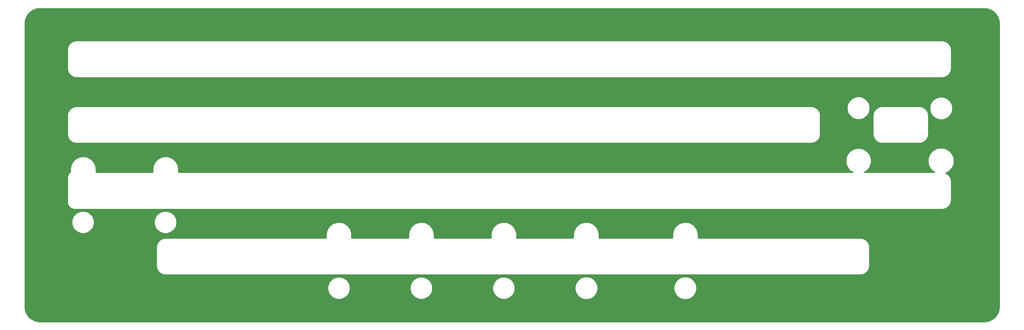
<source format=gbl>
G04 #@! TF.GenerationSoftware,KiCad,Pcbnew,(5.1.4-0-10_14)*
G04 #@! TF.CreationDate,2020-05-16T21:52:49+09:00*
G04 #@! TF.ProjectId,chavdai40-bp,63686176-6461-4693-9430-2d62702e6b69,rev?*
G04 #@! TF.SameCoordinates,Original*
G04 #@! TF.FileFunction,Copper,L2,Bot*
G04 #@! TF.FilePolarity,Positive*
%FSLAX46Y46*%
G04 Gerber Fmt 4.6, Leading zero omitted, Abs format (unit mm)*
G04 Created by KiCad (PCBNEW (5.1.4-0-10_14)) date 2020-05-16 21:52:49*
%MOMM*%
%LPD*%
G04 APERTURE LIST*
%ADD10C,0.254000*%
G04 APERTURE END LIST*
D10*
G36*
X290368083Y-12731173D02*
G01*
X291111891Y-12934656D01*
X291807905Y-13266638D01*
X292434130Y-13716626D01*
X292970777Y-14270403D01*
X293400871Y-14910451D01*
X293710829Y-15616553D01*
X293892065Y-16371457D01*
X293940001Y-17024220D01*
X293940000Y-98970608D01*
X293868827Y-99768083D01*
X293665344Y-100511890D01*
X293333363Y-101207904D01*
X292883374Y-101834130D01*
X292329597Y-102370777D01*
X291689549Y-102800871D01*
X290983447Y-103110829D01*
X290228543Y-103292065D01*
X289575793Y-103340000D01*
X17029392Y-103340000D01*
X16231917Y-103268827D01*
X15488110Y-103065344D01*
X14792096Y-102733363D01*
X14165870Y-102283374D01*
X13629223Y-101729597D01*
X13199129Y-101089549D01*
X12889171Y-100383447D01*
X12707935Y-99628543D01*
X12660000Y-98975793D01*
X12660000Y-93282393D01*
X100072295Y-93282393D01*
X100072295Y-93917607D01*
X100196219Y-94540616D01*
X100439305Y-95127477D01*
X100792211Y-95655638D01*
X101241375Y-96104802D01*
X101769536Y-96457708D01*
X102356397Y-96700794D01*
X102979406Y-96824718D01*
X103614620Y-96824718D01*
X104237629Y-96700794D01*
X104824490Y-96457708D01*
X105352651Y-96104802D01*
X105801815Y-95655638D01*
X106154721Y-95127477D01*
X106397807Y-94540616D01*
X106521731Y-93917607D01*
X106521731Y-93282393D01*
X123864961Y-93282393D01*
X123864961Y-93917607D01*
X123988885Y-94540616D01*
X124231971Y-95127477D01*
X124584877Y-95655638D01*
X125034041Y-96104802D01*
X125562202Y-96457708D01*
X126149063Y-96700794D01*
X126772072Y-96824718D01*
X127407286Y-96824718D01*
X128030295Y-96700794D01*
X128617156Y-96457708D01*
X129145317Y-96104802D01*
X129594481Y-95655638D01*
X129947387Y-95127477D01*
X130190473Y-94540616D01*
X130314397Y-93917607D01*
X130314397Y-93282393D01*
X147664961Y-93282393D01*
X147664961Y-93917607D01*
X147788885Y-94540616D01*
X148031971Y-95127477D01*
X148384877Y-95655638D01*
X148834041Y-96104802D01*
X149362202Y-96457708D01*
X149949063Y-96700794D01*
X150572072Y-96824718D01*
X151207286Y-96824718D01*
X151830295Y-96700794D01*
X152417156Y-96457708D01*
X152945317Y-96104802D01*
X153394481Y-95655638D01*
X153747387Y-95127477D01*
X153990473Y-94540616D01*
X154114397Y-93917607D01*
X154114397Y-93282393D01*
X154113385Y-93277304D01*
X171461382Y-93277304D01*
X171461382Y-93922696D01*
X171587292Y-94555686D01*
X171834272Y-95151949D01*
X172192832Y-95688572D01*
X172649193Y-96144933D01*
X173185816Y-96503493D01*
X173782079Y-96750473D01*
X174415069Y-96876383D01*
X175060461Y-96876383D01*
X175693451Y-96750473D01*
X176289714Y-96503493D01*
X176826337Y-96144933D01*
X177282698Y-95688572D01*
X177641258Y-95151949D01*
X177888238Y-94555686D01*
X178014148Y-93922696D01*
X178014148Y-93277304D01*
X200011382Y-93277304D01*
X200011382Y-93922696D01*
X200137292Y-94555686D01*
X200384272Y-95151949D01*
X200742832Y-95688572D01*
X201199193Y-96144933D01*
X201735816Y-96503493D01*
X202332079Y-96750473D01*
X202965069Y-96876383D01*
X203610461Y-96876383D01*
X204243451Y-96750473D01*
X204839714Y-96503493D01*
X205376337Y-96144933D01*
X205832698Y-95688572D01*
X206191258Y-95151949D01*
X206438238Y-94555686D01*
X206564148Y-93922696D01*
X206564148Y-93277304D01*
X206438238Y-92644314D01*
X206191258Y-92048051D01*
X205832698Y-91511428D01*
X205376337Y-91055067D01*
X204839714Y-90696507D01*
X204243451Y-90449527D01*
X203610461Y-90323617D01*
X202965069Y-90323617D01*
X202332079Y-90449527D01*
X201735816Y-90696507D01*
X201199193Y-91055067D01*
X200742832Y-91511428D01*
X200384272Y-92048051D01*
X200137292Y-92644314D01*
X200011382Y-93277304D01*
X178014148Y-93277304D01*
X177888238Y-92644314D01*
X177641258Y-92048051D01*
X177282698Y-91511428D01*
X176826337Y-91055067D01*
X176289714Y-90696507D01*
X175693451Y-90449527D01*
X175060461Y-90323617D01*
X174415069Y-90323617D01*
X173782079Y-90449527D01*
X173185816Y-90696507D01*
X172649193Y-91055067D01*
X172192832Y-91511428D01*
X171834272Y-92048051D01*
X171587292Y-92644314D01*
X171461382Y-93277304D01*
X154113385Y-93277304D01*
X153990473Y-92659384D01*
X153747387Y-92072523D01*
X153394481Y-91544362D01*
X152945317Y-91095198D01*
X152417156Y-90742292D01*
X151830295Y-90499206D01*
X151207286Y-90375282D01*
X150572072Y-90375282D01*
X149949063Y-90499206D01*
X149362202Y-90742292D01*
X148834041Y-91095198D01*
X148384877Y-91544362D01*
X148031971Y-92072523D01*
X147788885Y-92659384D01*
X147664961Y-93282393D01*
X130314397Y-93282393D01*
X130190473Y-92659384D01*
X129947387Y-92072523D01*
X129594481Y-91544362D01*
X129145317Y-91095198D01*
X128617156Y-90742292D01*
X128030295Y-90499206D01*
X127407286Y-90375282D01*
X126772072Y-90375282D01*
X126149063Y-90499206D01*
X125562202Y-90742292D01*
X125034041Y-91095198D01*
X124584877Y-91544362D01*
X124231971Y-92072523D01*
X123988885Y-92659384D01*
X123864961Y-93282393D01*
X106521731Y-93282393D01*
X106397807Y-92659384D01*
X106154721Y-92072523D01*
X105801815Y-91544362D01*
X105352651Y-91095198D01*
X104824490Y-90742292D01*
X104237629Y-90499206D01*
X103614620Y-90375282D01*
X102979406Y-90375282D01*
X102356397Y-90499206D01*
X101769536Y-90742292D01*
X101241375Y-91095198D01*
X100792211Y-91544362D01*
X100439305Y-92072523D01*
X100196219Y-92659384D01*
X100072295Y-93282393D01*
X12660000Y-93282393D01*
X12660000Y-87132418D01*
X50640000Y-87132418D01*
X50642852Y-87161372D01*
X50642765Y-87173781D01*
X50643665Y-87182952D01*
X50684466Y-87571145D01*
X50696487Y-87629708D01*
X50707702Y-87688501D01*
X50710366Y-87697323D01*
X50825790Y-88070198D01*
X50848975Y-88125353D01*
X50871379Y-88180806D01*
X50875706Y-88188943D01*
X51061357Y-88532298D01*
X51094780Y-88581849D01*
X51127562Y-88631946D01*
X51133387Y-88639087D01*
X51382194Y-88939841D01*
X51424629Y-88981981D01*
X51466492Y-89024730D01*
X51473592Y-89030604D01*
X51776077Y-89277305D01*
X51825904Y-89310409D01*
X51875259Y-89344204D01*
X51883365Y-89348587D01*
X52228007Y-89531837D01*
X52283311Y-89554631D01*
X52338295Y-89578198D01*
X52347098Y-89580923D01*
X52720770Y-89693741D01*
X52779458Y-89705361D01*
X52837961Y-89717797D01*
X52847126Y-89718760D01*
X53235595Y-89756850D01*
X53235598Y-89756850D01*
X53267581Y-89760000D01*
X253832419Y-89760000D01*
X253861373Y-89757148D01*
X253873781Y-89757235D01*
X253882952Y-89756335D01*
X254271145Y-89715534D01*
X254329708Y-89703513D01*
X254388501Y-89692298D01*
X254397323Y-89689634D01*
X254770198Y-89574210D01*
X254825353Y-89551025D01*
X254880806Y-89528621D01*
X254888943Y-89524294D01*
X255232298Y-89338643D01*
X255281849Y-89305220D01*
X255331946Y-89272438D01*
X255339087Y-89266613D01*
X255639841Y-89017806D01*
X255681981Y-88975371D01*
X255724730Y-88933508D01*
X255730604Y-88926408D01*
X255977305Y-88623923D01*
X256010409Y-88574096D01*
X256044204Y-88524741D01*
X256048587Y-88516635D01*
X256231837Y-88171993D01*
X256254631Y-88116689D01*
X256278198Y-88061705D01*
X256280923Y-88052902D01*
X256393741Y-87679230D01*
X256405361Y-87620542D01*
X256417797Y-87562039D01*
X256418760Y-87552874D01*
X256456850Y-87164405D01*
X256456850Y-87164402D01*
X256460000Y-87132419D01*
X256460000Y-81767581D01*
X256457148Y-81738627D01*
X256457235Y-81726219D01*
X256456335Y-81717047D01*
X256415534Y-81328855D01*
X256403514Y-81270299D01*
X256392298Y-81211498D01*
X256389634Y-81202677D01*
X256274210Y-80829802D01*
X256251025Y-80774647D01*
X256228621Y-80719194D01*
X256224294Y-80711058D01*
X256224294Y-80711057D01*
X256224291Y-80711053D01*
X256038643Y-80367702D01*
X256005187Y-80318101D01*
X255972437Y-80268054D01*
X255966613Y-80260913D01*
X255717806Y-79960158D01*
X255675371Y-79918019D01*
X255633508Y-79875269D01*
X255626407Y-79869396D01*
X255323923Y-79622695D01*
X255274105Y-79589596D01*
X255224741Y-79555795D01*
X255216635Y-79551413D01*
X254871993Y-79368163D01*
X254816687Y-79345368D01*
X254761704Y-79321802D01*
X254752901Y-79319077D01*
X254379230Y-79206259D01*
X254320542Y-79194639D01*
X254262039Y-79182203D01*
X254252874Y-79181240D01*
X253864405Y-79143150D01*
X253864402Y-79143150D01*
X253832419Y-79140000D01*
X207132279Y-79140000D01*
X207073422Y-79134229D01*
X207047857Y-79126511D01*
X207024276Y-79113972D01*
X207003580Y-79097093D01*
X206986558Y-79076516D01*
X206973856Y-79053026D01*
X206965960Y-79027516D01*
X206960000Y-78970815D01*
X206960000Y-78167581D01*
X206959774Y-78165287D01*
X206959692Y-78153512D01*
X206956558Y-78123691D01*
X206956558Y-78093708D01*
X206955595Y-78084543D01*
X206890330Y-77502695D01*
X206877894Y-77444192D01*
X206866274Y-77385504D01*
X206863549Y-77376701D01*
X206686512Y-76818610D01*
X206662935Y-76763602D01*
X206640151Y-76708322D01*
X206635768Y-76700216D01*
X206353702Y-76187141D01*
X206319914Y-76137795D01*
X206286804Y-76087960D01*
X206280930Y-76080859D01*
X205904580Y-75632342D01*
X205861830Y-75590479D01*
X205819690Y-75548043D01*
X205812549Y-75542219D01*
X205356249Y-75175344D01*
X205306204Y-75142596D01*
X205256603Y-75109139D01*
X205248466Y-75104813D01*
X204729596Y-74833554D01*
X204674164Y-74811158D01*
X204618988Y-74787964D01*
X204610166Y-74785301D01*
X204048489Y-74619991D01*
X203989770Y-74608790D01*
X203931133Y-74596753D01*
X203921962Y-74595854D01*
X203338873Y-74542789D01*
X203279056Y-74543207D01*
X203219238Y-74542789D01*
X203210067Y-74543689D01*
X202627777Y-74604890D01*
X202569191Y-74616916D01*
X202510420Y-74628127D01*
X202501598Y-74630790D01*
X201942285Y-74803928D01*
X201887167Y-74827098D01*
X201831678Y-74849516D01*
X201823542Y-74853843D01*
X201308510Y-75132319D01*
X201258936Y-75165757D01*
X201208862Y-75198524D01*
X201201721Y-75204348D01*
X200750588Y-75577558D01*
X200708431Y-75620010D01*
X200665699Y-75661856D01*
X200659825Y-75668957D01*
X200289773Y-76122685D01*
X200256679Y-76172496D01*
X200222873Y-76221868D01*
X200218490Y-76229974D01*
X199943616Y-76746938D01*
X199920812Y-76802265D01*
X199897256Y-76857225D01*
X199894531Y-76866029D01*
X199725304Y-77426536D01*
X199713682Y-77485231D01*
X199701248Y-77543727D01*
X199700285Y-77552892D01*
X199643150Y-78135595D01*
X199640000Y-78167581D01*
X199640000Y-78867724D01*
X199632325Y-78945999D01*
X199618965Y-78990250D01*
X199597263Y-79031064D01*
X199568052Y-79066881D01*
X199532436Y-79096346D01*
X199491781Y-79118328D01*
X199447622Y-79131997D01*
X199371481Y-79140000D01*
X178532279Y-79140000D01*
X178473422Y-79134229D01*
X178447857Y-79126511D01*
X178424276Y-79113972D01*
X178403580Y-79097093D01*
X178386558Y-79076516D01*
X178373856Y-79053026D01*
X178365960Y-79027516D01*
X178360000Y-78970815D01*
X178360000Y-78167581D01*
X178359774Y-78165287D01*
X178359692Y-78153512D01*
X178356558Y-78123691D01*
X178356558Y-78093708D01*
X178355595Y-78084543D01*
X178290330Y-77502695D01*
X178277894Y-77444192D01*
X178266274Y-77385504D01*
X178263549Y-77376701D01*
X178086512Y-76818610D01*
X178062935Y-76763602D01*
X178040151Y-76708322D01*
X178035768Y-76700216D01*
X177753702Y-76187141D01*
X177719914Y-76137795D01*
X177686804Y-76087960D01*
X177680930Y-76080859D01*
X177304580Y-75632342D01*
X177261830Y-75590479D01*
X177219690Y-75548043D01*
X177212549Y-75542219D01*
X176756249Y-75175344D01*
X176706204Y-75142596D01*
X176656603Y-75109139D01*
X176648466Y-75104813D01*
X176129596Y-74833554D01*
X176074164Y-74811158D01*
X176018988Y-74787964D01*
X176010166Y-74785301D01*
X175448489Y-74619991D01*
X175389770Y-74608790D01*
X175331133Y-74596753D01*
X175321962Y-74595854D01*
X174738873Y-74542789D01*
X174679056Y-74543207D01*
X174619238Y-74542789D01*
X174610067Y-74543689D01*
X174027777Y-74604890D01*
X173969191Y-74616916D01*
X173910420Y-74628127D01*
X173901598Y-74630790D01*
X173342285Y-74803928D01*
X173287167Y-74827098D01*
X173231678Y-74849516D01*
X173223542Y-74853843D01*
X172708510Y-75132319D01*
X172658936Y-75165757D01*
X172608862Y-75198524D01*
X172601721Y-75204348D01*
X172150588Y-75577558D01*
X172108431Y-75620010D01*
X172065699Y-75661856D01*
X172059825Y-75668957D01*
X171689773Y-76122685D01*
X171656679Y-76172496D01*
X171622873Y-76221868D01*
X171618490Y-76229974D01*
X171343616Y-76746938D01*
X171320812Y-76802265D01*
X171297256Y-76857225D01*
X171294531Y-76866029D01*
X171125304Y-77426536D01*
X171113682Y-77485231D01*
X171101248Y-77543727D01*
X171100285Y-77552892D01*
X171043150Y-78135595D01*
X171040000Y-78167581D01*
X171040000Y-78867724D01*
X171032325Y-78945999D01*
X171018965Y-78990250D01*
X170997263Y-79031064D01*
X170968052Y-79066881D01*
X170932436Y-79096346D01*
X170891781Y-79118328D01*
X170847622Y-79131997D01*
X170771481Y-79140000D01*
X154732279Y-79140000D01*
X154673422Y-79134229D01*
X154647857Y-79126511D01*
X154624276Y-79113972D01*
X154603580Y-79097093D01*
X154586558Y-79076516D01*
X154573856Y-79053026D01*
X154565960Y-79027516D01*
X154560000Y-78970815D01*
X154560000Y-78167581D01*
X154559774Y-78165287D01*
X154559692Y-78153512D01*
X154556558Y-78123691D01*
X154556558Y-78093708D01*
X154555595Y-78084543D01*
X154490330Y-77502695D01*
X154477894Y-77444192D01*
X154466274Y-77385504D01*
X154463549Y-77376701D01*
X154286512Y-76818610D01*
X154262935Y-76763602D01*
X154240151Y-76708322D01*
X154235768Y-76700216D01*
X153953702Y-76187141D01*
X153919914Y-76137795D01*
X153886804Y-76087960D01*
X153880930Y-76080859D01*
X153504580Y-75632342D01*
X153461830Y-75590479D01*
X153419690Y-75548043D01*
X153412549Y-75542219D01*
X152956249Y-75175344D01*
X152906204Y-75142596D01*
X152856603Y-75109139D01*
X152848466Y-75104813D01*
X152329596Y-74833554D01*
X152274164Y-74811158D01*
X152218988Y-74787964D01*
X152210166Y-74785301D01*
X151648489Y-74619991D01*
X151589770Y-74608790D01*
X151531133Y-74596753D01*
X151521962Y-74595854D01*
X150938873Y-74542789D01*
X150879056Y-74543207D01*
X150819238Y-74542789D01*
X150810067Y-74543689D01*
X150227777Y-74604890D01*
X150169191Y-74616916D01*
X150110420Y-74628127D01*
X150101598Y-74630790D01*
X149542285Y-74803928D01*
X149487167Y-74827098D01*
X149431678Y-74849516D01*
X149423542Y-74853843D01*
X148908510Y-75132319D01*
X148858936Y-75165757D01*
X148808862Y-75198524D01*
X148801721Y-75204348D01*
X148350588Y-75577558D01*
X148308431Y-75620010D01*
X148265699Y-75661856D01*
X148259825Y-75668957D01*
X147889773Y-76122685D01*
X147856679Y-76172496D01*
X147822873Y-76221868D01*
X147818490Y-76229974D01*
X147543616Y-76746938D01*
X147520812Y-76802265D01*
X147497256Y-76857225D01*
X147494531Y-76866029D01*
X147325304Y-77426536D01*
X147313682Y-77485231D01*
X147301248Y-77543727D01*
X147300285Y-77552892D01*
X147243150Y-78135595D01*
X147240000Y-78167581D01*
X147240000Y-78867724D01*
X147232325Y-78945999D01*
X147218965Y-78990250D01*
X147197263Y-79031064D01*
X147168052Y-79066881D01*
X147132436Y-79096346D01*
X147091781Y-79118328D01*
X147047622Y-79131997D01*
X146971481Y-79140000D01*
X130932279Y-79140000D01*
X130873422Y-79134229D01*
X130847857Y-79126511D01*
X130824276Y-79113972D01*
X130803580Y-79097093D01*
X130786558Y-79076516D01*
X130773856Y-79053026D01*
X130765960Y-79027516D01*
X130760000Y-78970815D01*
X130760000Y-78167581D01*
X130759774Y-78165287D01*
X130759692Y-78153512D01*
X130756558Y-78123691D01*
X130756558Y-78093708D01*
X130755595Y-78084543D01*
X130690330Y-77502695D01*
X130677894Y-77444192D01*
X130666274Y-77385504D01*
X130663549Y-77376701D01*
X130486512Y-76818610D01*
X130462935Y-76763602D01*
X130440151Y-76708322D01*
X130435768Y-76700216D01*
X130153702Y-76187141D01*
X130119914Y-76137795D01*
X130086804Y-76087960D01*
X130080930Y-76080859D01*
X129704580Y-75632342D01*
X129661830Y-75590479D01*
X129619690Y-75548043D01*
X129612549Y-75542219D01*
X129156249Y-75175344D01*
X129106204Y-75142596D01*
X129056603Y-75109139D01*
X129048466Y-75104813D01*
X128529596Y-74833554D01*
X128474164Y-74811158D01*
X128418988Y-74787964D01*
X128410166Y-74785301D01*
X127848489Y-74619991D01*
X127789770Y-74608790D01*
X127731133Y-74596753D01*
X127721962Y-74595854D01*
X127138873Y-74542789D01*
X127079056Y-74543207D01*
X127019238Y-74542789D01*
X127010067Y-74543689D01*
X126427777Y-74604890D01*
X126369191Y-74616916D01*
X126310420Y-74628127D01*
X126301598Y-74630790D01*
X125742285Y-74803928D01*
X125687167Y-74827098D01*
X125631678Y-74849516D01*
X125623542Y-74853843D01*
X125108510Y-75132319D01*
X125058936Y-75165757D01*
X125008862Y-75198524D01*
X125001721Y-75204348D01*
X124550588Y-75577558D01*
X124508431Y-75620010D01*
X124465699Y-75661856D01*
X124459825Y-75668957D01*
X124089773Y-76122685D01*
X124056679Y-76172496D01*
X124022873Y-76221868D01*
X124018490Y-76229974D01*
X123743616Y-76746938D01*
X123720812Y-76802265D01*
X123697256Y-76857225D01*
X123694531Y-76866029D01*
X123525304Y-77426536D01*
X123513682Y-77485231D01*
X123501248Y-77543727D01*
X123500285Y-77552892D01*
X123443150Y-78135595D01*
X123440000Y-78167581D01*
X123440000Y-78867724D01*
X123432325Y-78945999D01*
X123418965Y-78990250D01*
X123397263Y-79031064D01*
X123368052Y-79066881D01*
X123332436Y-79096346D01*
X123291781Y-79118328D01*
X123247622Y-79131997D01*
X123171481Y-79140000D01*
X107132279Y-79140000D01*
X107073422Y-79134229D01*
X107047857Y-79126511D01*
X107024276Y-79113972D01*
X107003580Y-79097093D01*
X106986558Y-79076516D01*
X106973856Y-79053026D01*
X106965960Y-79027516D01*
X106960000Y-78970815D01*
X106960000Y-78167581D01*
X106959774Y-78165287D01*
X106959692Y-78153512D01*
X106956558Y-78123691D01*
X106956558Y-78093708D01*
X106955595Y-78084543D01*
X106890330Y-77502695D01*
X106877894Y-77444192D01*
X106866274Y-77385504D01*
X106863549Y-77376701D01*
X106686512Y-76818610D01*
X106662935Y-76763602D01*
X106640151Y-76708322D01*
X106635768Y-76700216D01*
X106353702Y-76187141D01*
X106319914Y-76137795D01*
X106286804Y-76087960D01*
X106280930Y-76080859D01*
X105904580Y-75632342D01*
X105861830Y-75590479D01*
X105819690Y-75548043D01*
X105812549Y-75542219D01*
X105356249Y-75175344D01*
X105306204Y-75142596D01*
X105256603Y-75109139D01*
X105248466Y-75104813D01*
X104729596Y-74833554D01*
X104674164Y-74811158D01*
X104618988Y-74787964D01*
X104610166Y-74785301D01*
X104048489Y-74619991D01*
X103989770Y-74608790D01*
X103931133Y-74596753D01*
X103921962Y-74595854D01*
X103338873Y-74542789D01*
X103279056Y-74543207D01*
X103219238Y-74542789D01*
X103210067Y-74543689D01*
X102627777Y-74604890D01*
X102569191Y-74616916D01*
X102510420Y-74628127D01*
X102501598Y-74630790D01*
X101942285Y-74803928D01*
X101887167Y-74827098D01*
X101831678Y-74849516D01*
X101823542Y-74853843D01*
X101308510Y-75132319D01*
X101258936Y-75165757D01*
X101208862Y-75198524D01*
X101201721Y-75204348D01*
X100750588Y-75577558D01*
X100708431Y-75620010D01*
X100665699Y-75661856D01*
X100659825Y-75668957D01*
X100289773Y-76122685D01*
X100256679Y-76172496D01*
X100222873Y-76221868D01*
X100218490Y-76229974D01*
X99943616Y-76746938D01*
X99920812Y-76802265D01*
X99897256Y-76857225D01*
X99894531Y-76866029D01*
X99725304Y-77426536D01*
X99713682Y-77485231D01*
X99701248Y-77543727D01*
X99700285Y-77552892D01*
X99643150Y-78135595D01*
X99640000Y-78167581D01*
X99640000Y-78867724D01*
X99632325Y-78945999D01*
X99618965Y-78990250D01*
X99597263Y-79031064D01*
X99568052Y-79066881D01*
X99532436Y-79096346D01*
X99491781Y-79118328D01*
X99447622Y-79131997D01*
X99371481Y-79140000D01*
X53267581Y-79140000D01*
X53238627Y-79142852D01*
X53226219Y-79142765D01*
X53217047Y-79143665D01*
X52828855Y-79184466D01*
X52770299Y-79196486D01*
X52711498Y-79207702D01*
X52702677Y-79210366D01*
X52329802Y-79325790D01*
X52274647Y-79348975D01*
X52219194Y-79371379D01*
X52211062Y-79375704D01*
X52211057Y-79375706D01*
X52211053Y-79375709D01*
X51867702Y-79561357D01*
X51818101Y-79594813D01*
X51768054Y-79627563D01*
X51760913Y-79633387D01*
X51460158Y-79882194D01*
X51418019Y-79924629D01*
X51375269Y-79966492D01*
X51369396Y-79973593D01*
X51122695Y-80276077D01*
X51089598Y-80325893D01*
X51055795Y-80375259D01*
X51051413Y-80383365D01*
X50868163Y-80728007D01*
X50845368Y-80783313D01*
X50821802Y-80838296D01*
X50819077Y-80847099D01*
X50706259Y-81220770D01*
X50694639Y-81279458D01*
X50682203Y-81337961D01*
X50681240Y-81347126D01*
X50643150Y-81735595D01*
X50643150Y-81735608D01*
X50640001Y-81767581D01*
X50640000Y-87132418D01*
X12660000Y-87132418D01*
X12660000Y-74232968D01*
X26228621Y-74232968D01*
X26228621Y-74867032D01*
X26352321Y-75488913D01*
X26594966Y-76074712D01*
X26947234Y-76601917D01*
X27395585Y-77050268D01*
X27922790Y-77402536D01*
X28508589Y-77645181D01*
X29130470Y-77768881D01*
X29764534Y-77768881D01*
X30386415Y-77645181D01*
X30972214Y-77402536D01*
X31499419Y-77050268D01*
X31947770Y-76601917D01*
X32300038Y-76074712D01*
X32542683Y-75488913D01*
X32666383Y-74867032D01*
X32666383Y-74232968D01*
X50026663Y-74232968D01*
X50026663Y-74867032D01*
X50150363Y-75488913D01*
X50393008Y-76074712D01*
X50745276Y-76601917D01*
X51193627Y-77050268D01*
X51720832Y-77402536D01*
X52306631Y-77645181D01*
X52928512Y-77768881D01*
X53562576Y-77768881D01*
X54184457Y-77645181D01*
X54770256Y-77402536D01*
X55297461Y-77050268D01*
X55745812Y-76601917D01*
X56098080Y-76074712D01*
X56340725Y-75488913D01*
X56464425Y-74867032D01*
X56464425Y-74232968D01*
X56340725Y-73611087D01*
X56098080Y-73025288D01*
X55745812Y-72498083D01*
X55297461Y-72049732D01*
X54770256Y-71697464D01*
X54184457Y-71454819D01*
X53562576Y-71331119D01*
X52928512Y-71331119D01*
X52306631Y-71454819D01*
X51720832Y-71697464D01*
X51193627Y-72049732D01*
X50745276Y-72498083D01*
X50393008Y-73025288D01*
X50150363Y-73611087D01*
X50026663Y-74232968D01*
X32666383Y-74232968D01*
X32542683Y-73611087D01*
X32300038Y-73025288D01*
X31947770Y-72498083D01*
X31499419Y-72049732D01*
X30972214Y-71697464D01*
X30386415Y-71454819D01*
X29764534Y-71331119D01*
X29130470Y-71331119D01*
X28508589Y-71454819D01*
X27922790Y-71697464D01*
X27395585Y-72049732D01*
X26947234Y-72498083D01*
X26594966Y-73025288D01*
X26352321Y-73611087D01*
X26228621Y-74232968D01*
X12660000Y-74232968D01*
X12660000Y-61647013D01*
X24938476Y-61647013D01*
X24940001Y-61655944D01*
X24940000Y-68732418D01*
X24942810Y-68760953D01*
X24942750Y-68769593D01*
X24943650Y-68778764D01*
X24972211Y-69050499D01*
X24984235Y-69109075D01*
X24995447Y-69167854D01*
X24998111Y-69176676D01*
X25078908Y-69437689D01*
X25102099Y-69492857D01*
X25124497Y-69548296D01*
X25128823Y-69556433D01*
X25258778Y-69796781D01*
X25292231Y-69846377D01*
X25324984Y-69896429D01*
X25330809Y-69903570D01*
X25504973Y-70114099D01*
X25547409Y-70156239D01*
X25589272Y-70198989D01*
X25596373Y-70204862D01*
X25808113Y-70377554D01*
X25857955Y-70410669D01*
X25907295Y-70444453D01*
X25915401Y-70448836D01*
X26156650Y-70577110D01*
X26211965Y-70599909D01*
X26266937Y-70623470D01*
X26275740Y-70626195D01*
X26537311Y-70705168D01*
X26595999Y-70716788D01*
X26654502Y-70729224D01*
X26663667Y-70730187D01*
X26935595Y-70756850D01*
X26935598Y-70756850D01*
X26967581Y-70760000D01*
X277432419Y-70760000D01*
X277461373Y-70757148D01*
X277473781Y-70757235D01*
X277482952Y-70756335D01*
X277871145Y-70715534D01*
X277929708Y-70703513D01*
X277988501Y-70692298D01*
X277997323Y-70689634D01*
X278370198Y-70574210D01*
X278425353Y-70551025D01*
X278480806Y-70528621D01*
X278488943Y-70524294D01*
X278832298Y-70338643D01*
X278881849Y-70305220D01*
X278931946Y-70272438D01*
X278939087Y-70266613D01*
X279239841Y-70017806D01*
X279281981Y-69975371D01*
X279324730Y-69933508D01*
X279330604Y-69926408D01*
X279577305Y-69623923D01*
X279610409Y-69574096D01*
X279644204Y-69524741D01*
X279648587Y-69516635D01*
X279831837Y-69171993D01*
X279854631Y-69116689D01*
X279878198Y-69061705D01*
X279880923Y-69052902D01*
X279993741Y-68679230D01*
X280005361Y-68620542D01*
X280017797Y-68562039D01*
X280018760Y-68552874D01*
X280056850Y-68164405D01*
X280056850Y-68164402D01*
X280060000Y-68132419D01*
X280060000Y-62767581D01*
X280057148Y-62738627D01*
X280057235Y-62726219D01*
X280056335Y-62717047D01*
X280015534Y-62328855D01*
X280003514Y-62270299D01*
X279992298Y-62211498D01*
X279989634Y-62202677D01*
X279874210Y-61829802D01*
X279851025Y-61774647D01*
X279828621Y-61719194D01*
X279824294Y-61711058D01*
X279824294Y-61711057D01*
X279824291Y-61711053D01*
X279638643Y-61367702D01*
X279605187Y-61318101D01*
X279572437Y-61268054D01*
X279566613Y-61260913D01*
X279317806Y-60960158D01*
X279275371Y-60918019D01*
X279233508Y-60875269D01*
X279226407Y-60869396D01*
X278923923Y-60622695D01*
X278874105Y-60589596D01*
X278824741Y-60555795D01*
X278816635Y-60551413D01*
X278471993Y-60368163D01*
X278416687Y-60345368D01*
X278394124Y-60335697D01*
X278881880Y-60133662D01*
X279498007Y-59721980D01*
X280021980Y-59198007D01*
X280433662Y-58581880D01*
X280717234Y-57897276D01*
X280861798Y-57170505D01*
X280861798Y-56429495D01*
X280717234Y-55702724D01*
X280433662Y-55018120D01*
X280021980Y-54401993D01*
X279498007Y-53878020D01*
X278881880Y-53466338D01*
X278197276Y-53182766D01*
X277470505Y-53038202D01*
X276729495Y-53038202D01*
X276002724Y-53182766D01*
X275318120Y-53466338D01*
X274701993Y-53878020D01*
X274178020Y-54401993D01*
X273766338Y-55018120D01*
X273482766Y-55702724D01*
X273338202Y-56429495D01*
X273338202Y-57170505D01*
X273482766Y-57897276D01*
X273766338Y-58581880D01*
X274178020Y-59198007D01*
X274701993Y-59721980D01*
X275318120Y-60133662D01*
X275333421Y-60140000D01*
X254806524Y-60140000D01*
X255034740Y-60045470D01*
X255634567Y-59644678D01*
X256144678Y-59134567D01*
X256545470Y-58534740D01*
X256821540Y-57868248D01*
X256962280Y-57160703D01*
X256962280Y-56439297D01*
X256821540Y-55731752D01*
X256545470Y-55065260D01*
X256144678Y-54465433D01*
X255634567Y-53955322D01*
X255034740Y-53554530D01*
X254368248Y-53278460D01*
X253660703Y-53137720D01*
X252939297Y-53137720D01*
X252231752Y-53278460D01*
X251565260Y-53554530D01*
X250965433Y-53955322D01*
X250455322Y-54465433D01*
X250054530Y-55065260D01*
X249778460Y-55731752D01*
X249637720Y-56439297D01*
X249637720Y-57160703D01*
X249778460Y-57868248D01*
X250054530Y-58534740D01*
X250455322Y-59134567D01*
X250965433Y-59644678D01*
X251565260Y-60045470D01*
X251793476Y-60140000D01*
X57132279Y-60140000D01*
X57073422Y-60134229D01*
X57047857Y-60126511D01*
X57024276Y-60113972D01*
X57003580Y-60097093D01*
X56986558Y-60076516D01*
X56973856Y-60053026D01*
X56965960Y-60027516D01*
X56960000Y-59970815D01*
X56960000Y-59167581D01*
X56959774Y-59165287D01*
X56959692Y-59153512D01*
X56956558Y-59123691D01*
X56956558Y-59093708D01*
X56955595Y-59084543D01*
X56890330Y-58502695D01*
X56877894Y-58444192D01*
X56866274Y-58385504D01*
X56863549Y-58376701D01*
X56686512Y-57818610D01*
X56662935Y-57763602D01*
X56640151Y-57708322D01*
X56635768Y-57700216D01*
X56353702Y-57187141D01*
X56319914Y-57137795D01*
X56286804Y-57087960D01*
X56280930Y-57080859D01*
X55904580Y-56632342D01*
X55861830Y-56590479D01*
X55819690Y-56548043D01*
X55812549Y-56542219D01*
X55356249Y-56175344D01*
X55306204Y-56142596D01*
X55256603Y-56109139D01*
X55248466Y-56104813D01*
X54729596Y-55833554D01*
X54674164Y-55811158D01*
X54618988Y-55787964D01*
X54610166Y-55785301D01*
X54048489Y-55619991D01*
X53989770Y-55608790D01*
X53931133Y-55596753D01*
X53921962Y-55595854D01*
X53338873Y-55542789D01*
X53279056Y-55543207D01*
X53219238Y-55542789D01*
X53210067Y-55543689D01*
X52627777Y-55604890D01*
X52569191Y-55616916D01*
X52510420Y-55628127D01*
X52501598Y-55630790D01*
X51942285Y-55803928D01*
X51887167Y-55827098D01*
X51831678Y-55849516D01*
X51823542Y-55853843D01*
X51308510Y-56132319D01*
X51258936Y-56165757D01*
X51208862Y-56198524D01*
X51201721Y-56204348D01*
X50750588Y-56577558D01*
X50708431Y-56620010D01*
X50665699Y-56661856D01*
X50659825Y-56668957D01*
X50289773Y-57122685D01*
X50256679Y-57172496D01*
X50222873Y-57221868D01*
X50218490Y-57229974D01*
X49943616Y-57746938D01*
X49920812Y-57802265D01*
X49897256Y-57857225D01*
X49894531Y-57866029D01*
X49725304Y-58426536D01*
X49713682Y-58485231D01*
X49701248Y-58543727D01*
X49700285Y-58552892D01*
X49643215Y-59134934D01*
X49640000Y-59167581D01*
X49640000Y-59867724D01*
X49632325Y-59945999D01*
X49618965Y-59990250D01*
X49597263Y-60031064D01*
X49568052Y-60066881D01*
X49532436Y-60096346D01*
X49491781Y-60118328D01*
X49447622Y-60131997D01*
X49371481Y-60140000D01*
X33332279Y-60140000D01*
X33273422Y-60134229D01*
X33247857Y-60126511D01*
X33224276Y-60113972D01*
X33203580Y-60097093D01*
X33186558Y-60076516D01*
X33173856Y-60053026D01*
X33165960Y-60027516D01*
X33160000Y-59970815D01*
X33160000Y-59167581D01*
X33159774Y-59165287D01*
X33159692Y-59153512D01*
X33156558Y-59123691D01*
X33156558Y-59093708D01*
X33155595Y-59084543D01*
X33090330Y-58502695D01*
X33077894Y-58444192D01*
X33066274Y-58385504D01*
X33063549Y-58376701D01*
X32886512Y-57818610D01*
X32862935Y-57763602D01*
X32840151Y-57708322D01*
X32835768Y-57700216D01*
X32553702Y-57187141D01*
X32519914Y-57137795D01*
X32486804Y-57087960D01*
X32480930Y-57080859D01*
X32104580Y-56632342D01*
X32061830Y-56590479D01*
X32019690Y-56548043D01*
X32012549Y-56542219D01*
X31556249Y-56175344D01*
X31506204Y-56142596D01*
X31456603Y-56109139D01*
X31448466Y-56104813D01*
X30929596Y-55833554D01*
X30874164Y-55811158D01*
X30818988Y-55787964D01*
X30810166Y-55785301D01*
X30248489Y-55619991D01*
X30189770Y-55608790D01*
X30131133Y-55596753D01*
X30121962Y-55595854D01*
X29538873Y-55542789D01*
X29479056Y-55543207D01*
X29419238Y-55542789D01*
X29410067Y-55543689D01*
X28827777Y-55604890D01*
X28769191Y-55616916D01*
X28710420Y-55628127D01*
X28701598Y-55630790D01*
X28142285Y-55803928D01*
X28087167Y-55827098D01*
X28031678Y-55849516D01*
X28023542Y-55853843D01*
X27508510Y-56132319D01*
X27458936Y-56165757D01*
X27408862Y-56198524D01*
X27401721Y-56204348D01*
X26950588Y-56577558D01*
X26908431Y-56620010D01*
X26865699Y-56661856D01*
X26859825Y-56668957D01*
X26489773Y-57122685D01*
X26456679Y-57172496D01*
X26422873Y-57221868D01*
X26418490Y-57229974D01*
X26143616Y-57746938D01*
X26120812Y-57802265D01*
X26097256Y-57857225D01*
X26094531Y-57866029D01*
X25925304Y-58426536D01*
X25913682Y-58485231D01*
X25901248Y-58543727D01*
X25900285Y-58552892D01*
X25843215Y-59134934D01*
X25840000Y-59167581D01*
X25840000Y-59792899D01*
X25788703Y-59946791D01*
X25757576Y-60009044D01*
X25472864Y-60293756D01*
X25465476Y-60298989D01*
X25426978Y-60339642D01*
X25410386Y-60356234D01*
X25404671Y-60363198D01*
X25376082Y-60393387D01*
X25363529Y-60413329D01*
X25348575Y-60431550D01*
X25328970Y-60468228D01*
X25324177Y-60475843D01*
X25313695Y-60496807D01*
X25287290Y-60546208D01*
X25284661Y-60554875D01*
X25232247Y-60659703D01*
X25223844Y-60671566D01*
X25203229Y-60717737D01*
X25195180Y-60733836D01*
X25190013Y-60747338D01*
X25184121Y-60760535D01*
X25178431Y-60777605D01*
X25160358Y-60824834D01*
X25157911Y-60839166D01*
X25084123Y-61060530D01*
X25084121Y-61060535D01*
X24991559Y-61338221D01*
X24987291Y-61346207D01*
X24971035Y-61399794D01*
X24963618Y-61422046D01*
X24961621Y-61430827D01*
X24949551Y-61470617D01*
X24947241Y-61494070D01*
X24942015Y-61517054D01*
X24940883Y-61558627D01*
X24940001Y-61567581D01*
X24940001Y-61591012D01*
X24938476Y-61647013D01*
X12660000Y-61647013D01*
X12660000Y-49032418D01*
X24940000Y-49032418D01*
X24942852Y-49061372D01*
X24942765Y-49073781D01*
X24943665Y-49082952D01*
X24984466Y-49471145D01*
X24996487Y-49529708D01*
X25007702Y-49588501D01*
X25010366Y-49597323D01*
X25125790Y-49970198D01*
X25148975Y-50025353D01*
X25171379Y-50080806D01*
X25175706Y-50088943D01*
X25361357Y-50432298D01*
X25394780Y-50481849D01*
X25427562Y-50531946D01*
X25433387Y-50539087D01*
X25682194Y-50839841D01*
X25724629Y-50881981D01*
X25766492Y-50924730D01*
X25773592Y-50930604D01*
X26076077Y-51177305D01*
X26125904Y-51210409D01*
X26175259Y-51244204D01*
X26183365Y-51248587D01*
X26528007Y-51431837D01*
X26583311Y-51454631D01*
X26638295Y-51478198D01*
X26647098Y-51480923D01*
X27020770Y-51593741D01*
X27079458Y-51605361D01*
X27137961Y-51617797D01*
X27147126Y-51618760D01*
X27535595Y-51656850D01*
X27535598Y-51656850D01*
X27567581Y-51660000D01*
X239632419Y-51660000D01*
X239661373Y-51657148D01*
X239673781Y-51657235D01*
X239682952Y-51656335D01*
X240071145Y-51615534D01*
X240129708Y-51603513D01*
X240188501Y-51592298D01*
X240197323Y-51589634D01*
X240570198Y-51474210D01*
X240625353Y-51451025D01*
X240680806Y-51428621D01*
X240688943Y-51424294D01*
X241032298Y-51238643D01*
X241081849Y-51205220D01*
X241131946Y-51172438D01*
X241139087Y-51166613D01*
X241439841Y-50917806D01*
X241481981Y-50875371D01*
X241524730Y-50833508D01*
X241530604Y-50826408D01*
X241777305Y-50523923D01*
X241810409Y-50474096D01*
X241844204Y-50424741D01*
X241848587Y-50416635D01*
X242031837Y-50071993D01*
X242054631Y-50016689D01*
X242078198Y-49961705D01*
X242080923Y-49952902D01*
X242193741Y-49579230D01*
X242205361Y-49520542D01*
X242217797Y-49462039D01*
X242218760Y-49452874D01*
X242256850Y-49064405D01*
X242256850Y-49064402D01*
X242260000Y-49032419D01*
X242260000Y-49032418D01*
X257490000Y-49032418D01*
X257492852Y-49061372D01*
X257492765Y-49073781D01*
X257493665Y-49082952D01*
X257534466Y-49471145D01*
X257546487Y-49529708D01*
X257557702Y-49588501D01*
X257560366Y-49597323D01*
X257675790Y-49970198D01*
X257698975Y-50025353D01*
X257721379Y-50080806D01*
X257725706Y-50088943D01*
X257911357Y-50432298D01*
X257944780Y-50481849D01*
X257977562Y-50531946D01*
X257983387Y-50539087D01*
X258232194Y-50839841D01*
X258274629Y-50881981D01*
X258316492Y-50924730D01*
X258323592Y-50930604D01*
X258626077Y-51177305D01*
X258675904Y-51210409D01*
X258725259Y-51244204D01*
X258733365Y-51248587D01*
X259078007Y-51431837D01*
X259133311Y-51454631D01*
X259188295Y-51478198D01*
X259197098Y-51480923D01*
X259570770Y-51593741D01*
X259629458Y-51605361D01*
X259687961Y-51617797D01*
X259697126Y-51618760D01*
X260085595Y-51656850D01*
X260085598Y-51656850D01*
X260117581Y-51660000D01*
X270832419Y-51660000D01*
X270861373Y-51657148D01*
X270873781Y-51657235D01*
X270882952Y-51656335D01*
X271271145Y-51615534D01*
X271329708Y-51603513D01*
X271388501Y-51592298D01*
X271397323Y-51589634D01*
X271770198Y-51474210D01*
X271825353Y-51451025D01*
X271880806Y-51428621D01*
X271888943Y-51424294D01*
X272232298Y-51238643D01*
X272281849Y-51205220D01*
X272331946Y-51172438D01*
X272339087Y-51166613D01*
X272639841Y-50917806D01*
X272681981Y-50875371D01*
X272724730Y-50833508D01*
X272730604Y-50826408D01*
X272977305Y-50523923D01*
X273010409Y-50474096D01*
X273044204Y-50424741D01*
X273048587Y-50416635D01*
X273231837Y-50071993D01*
X273254631Y-50016689D01*
X273278198Y-49961705D01*
X273280923Y-49952902D01*
X273393741Y-49579230D01*
X273405361Y-49520542D01*
X273417797Y-49462039D01*
X273418760Y-49452874D01*
X273456850Y-49064405D01*
X273456850Y-49064402D01*
X273460000Y-49032419D01*
X273460000Y-43667581D01*
X273457148Y-43638627D01*
X273457235Y-43626219D01*
X273456335Y-43617047D01*
X273415534Y-43228855D01*
X273403514Y-43170299D01*
X273392298Y-43111498D01*
X273389634Y-43102677D01*
X273274210Y-42729802D01*
X273251025Y-42674647D01*
X273228621Y-42619194D01*
X273224294Y-42611058D01*
X273224294Y-42611057D01*
X273224291Y-42611053D01*
X273038643Y-42267702D01*
X273005187Y-42218101D01*
X272972437Y-42168054D01*
X272966613Y-42160913D01*
X272717806Y-41860158D01*
X272675371Y-41818019D01*
X272633508Y-41775269D01*
X272626407Y-41769396D01*
X272323923Y-41522695D01*
X272274107Y-41489598D01*
X272224741Y-41455795D01*
X272216635Y-41451413D01*
X271871993Y-41268163D01*
X271816687Y-41245368D01*
X271774541Y-41227304D01*
X273861382Y-41227304D01*
X273861382Y-41872696D01*
X273987292Y-42505686D01*
X274234272Y-43101949D01*
X274592832Y-43638572D01*
X275049193Y-44094933D01*
X275585816Y-44453493D01*
X276182079Y-44700473D01*
X276815069Y-44826383D01*
X277460461Y-44826383D01*
X278093451Y-44700473D01*
X278689714Y-44453493D01*
X279226337Y-44094933D01*
X279682698Y-43638572D01*
X280041258Y-43101949D01*
X280288238Y-42505686D01*
X280414148Y-41872696D01*
X280414148Y-41227304D01*
X280288238Y-40594314D01*
X280041258Y-39998051D01*
X279682698Y-39461428D01*
X279226337Y-39005067D01*
X278689714Y-38646507D01*
X278093451Y-38399527D01*
X277460461Y-38273617D01*
X276815069Y-38273617D01*
X276182079Y-38399527D01*
X275585816Y-38646507D01*
X275049193Y-39005067D01*
X274592832Y-39461428D01*
X274234272Y-39998051D01*
X273987292Y-40594314D01*
X273861382Y-41227304D01*
X271774541Y-41227304D01*
X271761704Y-41221802D01*
X271752901Y-41219077D01*
X271379230Y-41106259D01*
X271320542Y-41094639D01*
X271262039Y-41082203D01*
X271252874Y-41081240D01*
X270864405Y-41043150D01*
X270864402Y-41043150D01*
X270832419Y-41040000D01*
X260117581Y-41040000D01*
X260088627Y-41042852D01*
X260076219Y-41042765D01*
X260067047Y-41043665D01*
X259678855Y-41084466D01*
X259620299Y-41096486D01*
X259561498Y-41107702D01*
X259552677Y-41110366D01*
X259179802Y-41225790D01*
X259124647Y-41248975D01*
X259069194Y-41271379D01*
X259061062Y-41275704D01*
X259061057Y-41275706D01*
X259061053Y-41275709D01*
X258717702Y-41461357D01*
X258668101Y-41494813D01*
X258618054Y-41527563D01*
X258610913Y-41533387D01*
X258310158Y-41782194D01*
X258268019Y-41824629D01*
X258225269Y-41866492D01*
X258219396Y-41873593D01*
X257972695Y-42176077D01*
X257939598Y-42225893D01*
X257905795Y-42275259D01*
X257901413Y-42283365D01*
X257718163Y-42628007D01*
X257695368Y-42683313D01*
X257671802Y-42738296D01*
X257669077Y-42747099D01*
X257556259Y-43120770D01*
X257544639Y-43179458D01*
X257532203Y-43237961D01*
X257531240Y-43247126D01*
X257493150Y-43635595D01*
X257493150Y-43635608D01*
X257490001Y-43667581D01*
X257490000Y-49032418D01*
X242260000Y-49032418D01*
X242260000Y-43667581D01*
X242257148Y-43638627D01*
X242257235Y-43626219D01*
X242256335Y-43617047D01*
X242215534Y-43228855D01*
X242203514Y-43170299D01*
X242192298Y-43111498D01*
X242189634Y-43102677D01*
X242074210Y-42729802D01*
X242051025Y-42674647D01*
X242028621Y-42619194D01*
X242024294Y-42611058D01*
X242024294Y-42611057D01*
X242024291Y-42611053D01*
X241838643Y-42267702D01*
X241805187Y-42218101D01*
X241772437Y-42168054D01*
X241766613Y-42160913D01*
X241517806Y-41860158D01*
X241475371Y-41818019D01*
X241433508Y-41775269D01*
X241426407Y-41769396D01*
X241123923Y-41522695D01*
X241074107Y-41489598D01*
X241024741Y-41455795D01*
X241016635Y-41451413D01*
X240671993Y-41268163D01*
X240616687Y-41245368D01*
X240561704Y-41221802D01*
X240552901Y-41219077D01*
X240412681Y-41176742D01*
X250005674Y-41176742D01*
X250005674Y-41823258D01*
X250131803Y-42457351D01*
X250379213Y-43054653D01*
X250738398Y-43592211D01*
X251195554Y-44049367D01*
X251733112Y-44408552D01*
X252330414Y-44655962D01*
X252964507Y-44782091D01*
X253611023Y-44782091D01*
X254245116Y-44655962D01*
X254842418Y-44408552D01*
X255379976Y-44049367D01*
X255837132Y-43592211D01*
X256196317Y-43054653D01*
X256443727Y-42457351D01*
X256569856Y-41823258D01*
X256569856Y-41176742D01*
X256443727Y-40542649D01*
X256196317Y-39945347D01*
X255837132Y-39407789D01*
X255379976Y-38950633D01*
X254842418Y-38591448D01*
X254245116Y-38344038D01*
X253611023Y-38217909D01*
X252964507Y-38217909D01*
X252330414Y-38344038D01*
X251733112Y-38591448D01*
X251195554Y-38950633D01*
X250738398Y-39407789D01*
X250379213Y-39945347D01*
X250131803Y-40542649D01*
X250005674Y-41176742D01*
X240412681Y-41176742D01*
X240179230Y-41106259D01*
X240120542Y-41094639D01*
X240062039Y-41082203D01*
X240052874Y-41081240D01*
X239664405Y-41043150D01*
X239664402Y-41043150D01*
X239632419Y-41040000D01*
X27567581Y-41040000D01*
X27538627Y-41042852D01*
X27526219Y-41042765D01*
X27517047Y-41043665D01*
X27128855Y-41084466D01*
X27070299Y-41096486D01*
X27011498Y-41107702D01*
X27002677Y-41110366D01*
X26629802Y-41225790D01*
X26574647Y-41248975D01*
X26519194Y-41271379D01*
X26511062Y-41275704D01*
X26511057Y-41275706D01*
X26511053Y-41275709D01*
X26167702Y-41461357D01*
X26118101Y-41494813D01*
X26068054Y-41527563D01*
X26060913Y-41533387D01*
X25760158Y-41782194D01*
X25718019Y-41824629D01*
X25675269Y-41866492D01*
X25669396Y-41873593D01*
X25422695Y-42176077D01*
X25389598Y-42225893D01*
X25355795Y-42275259D01*
X25351413Y-42283365D01*
X25168163Y-42628007D01*
X25145368Y-42683313D01*
X25121802Y-42738296D01*
X25119077Y-42747099D01*
X25006259Y-43120770D01*
X24994639Y-43179458D01*
X24982203Y-43237961D01*
X24981240Y-43247126D01*
X24943150Y-43635595D01*
X24943150Y-43635608D01*
X24940001Y-43667581D01*
X24940000Y-49032418D01*
X12660000Y-49032418D01*
X12660000Y-30032418D01*
X24940000Y-30032418D01*
X24942852Y-30061372D01*
X24942765Y-30073781D01*
X24943665Y-30082952D01*
X24984466Y-30471145D01*
X24996487Y-30529708D01*
X25007702Y-30588501D01*
X25010366Y-30597323D01*
X25125790Y-30970198D01*
X25148975Y-31025353D01*
X25171379Y-31080806D01*
X25175706Y-31088943D01*
X25361357Y-31432298D01*
X25394780Y-31481849D01*
X25427562Y-31531946D01*
X25433387Y-31539087D01*
X25682194Y-31839841D01*
X25724629Y-31881981D01*
X25766492Y-31924730D01*
X25773592Y-31930604D01*
X26076077Y-32177305D01*
X26125904Y-32210409D01*
X26175259Y-32244204D01*
X26183365Y-32248587D01*
X26528007Y-32431837D01*
X26583311Y-32454631D01*
X26638295Y-32478198D01*
X26647098Y-32480923D01*
X27020770Y-32593741D01*
X27079458Y-32605361D01*
X27137961Y-32617797D01*
X27147126Y-32618760D01*
X27535595Y-32656850D01*
X27535598Y-32656850D01*
X27567581Y-32660000D01*
X277432419Y-32660000D01*
X277461373Y-32657148D01*
X277473781Y-32657235D01*
X277482952Y-32656335D01*
X277871145Y-32615534D01*
X277929708Y-32603513D01*
X277988501Y-32592298D01*
X277997323Y-32589634D01*
X278370198Y-32474210D01*
X278425353Y-32451025D01*
X278480806Y-32428621D01*
X278488943Y-32424294D01*
X278832298Y-32238643D01*
X278881849Y-32205220D01*
X278931946Y-32172438D01*
X278939087Y-32166613D01*
X279239841Y-31917806D01*
X279281981Y-31875371D01*
X279324730Y-31833508D01*
X279330604Y-31826408D01*
X279577305Y-31523923D01*
X279610409Y-31474096D01*
X279644204Y-31424741D01*
X279648587Y-31416635D01*
X279831837Y-31071993D01*
X279854631Y-31016689D01*
X279878198Y-30961705D01*
X279880923Y-30952902D01*
X279993741Y-30579230D01*
X280005361Y-30520542D01*
X280017797Y-30462039D01*
X280018760Y-30452874D01*
X280056850Y-30064405D01*
X280056850Y-30064402D01*
X280060000Y-30032419D01*
X280060000Y-24667581D01*
X280057148Y-24638627D01*
X280057235Y-24626219D01*
X280056335Y-24617047D01*
X280015534Y-24228855D01*
X280003514Y-24170299D01*
X279992298Y-24111498D01*
X279989634Y-24102677D01*
X279874210Y-23729802D01*
X279851025Y-23674647D01*
X279828621Y-23619194D01*
X279824294Y-23611058D01*
X279824294Y-23611057D01*
X279824291Y-23611053D01*
X279638643Y-23267702D01*
X279605187Y-23218101D01*
X279572437Y-23168054D01*
X279566613Y-23160913D01*
X279317806Y-22860158D01*
X279275371Y-22818019D01*
X279233508Y-22775269D01*
X279226407Y-22769396D01*
X278923923Y-22522695D01*
X278874107Y-22489598D01*
X278824741Y-22455795D01*
X278816635Y-22451413D01*
X278471993Y-22268163D01*
X278416687Y-22245368D01*
X278361704Y-22221802D01*
X278352901Y-22219077D01*
X277979230Y-22106259D01*
X277920542Y-22094639D01*
X277862039Y-22082203D01*
X277852874Y-22081240D01*
X277464405Y-22043150D01*
X277464402Y-22043150D01*
X277432419Y-22040000D01*
X27567581Y-22040000D01*
X27538627Y-22042852D01*
X27526219Y-22042765D01*
X27517047Y-22043665D01*
X27128855Y-22084466D01*
X27070299Y-22096486D01*
X27011498Y-22107702D01*
X27002677Y-22110366D01*
X26629802Y-22225790D01*
X26574647Y-22248975D01*
X26519194Y-22271379D01*
X26511062Y-22275704D01*
X26511057Y-22275706D01*
X26511053Y-22275709D01*
X26167702Y-22461357D01*
X26118101Y-22494813D01*
X26068054Y-22527563D01*
X26060913Y-22533387D01*
X25760158Y-22782194D01*
X25718019Y-22824629D01*
X25675269Y-22866492D01*
X25669396Y-22873593D01*
X25422695Y-23176077D01*
X25389598Y-23225893D01*
X25355795Y-23275259D01*
X25351413Y-23283365D01*
X25168163Y-23628007D01*
X25145368Y-23683313D01*
X25121802Y-23738296D01*
X25119077Y-23747099D01*
X25006259Y-24120770D01*
X24994639Y-24179458D01*
X24982203Y-24237961D01*
X24981240Y-24247126D01*
X24943150Y-24635595D01*
X24943150Y-24635608D01*
X24940001Y-24667581D01*
X24940000Y-30032418D01*
X12660000Y-30032418D01*
X12660000Y-17046199D01*
X12732649Y-16232184D01*
X12936062Y-15488631D01*
X13267928Y-14792859D01*
X13717763Y-14166847D01*
X14271345Y-13630391D01*
X14911177Y-13200441D01*
X15617035Y-12890593D01*
X16371676Y-12709419D01*
X17024211Y-12661500D01*
X289570601Y-12659999D01*
X290368083Y-12731173D01*
X290368083Y-12731173D01*
G37*
X290368083Y-12731173D02*
X291111891Y-12934656D01*
X291807905Y-13266638D01*
X292434130Y-13716626D01*
X292970777Y-14270403D01*
X293400871Y-14910451D01*
X293710829Y-15616553D01*
X293892065Y-16371457D01*
X293940001Y-17024220D01*
X293940000Y-98970608D01*
X293868827Y-99768083D01*
X293665344Y-100511890D01*
X293333363Y-101207904D01*
X292883374Y-101834130D01*
X292329597Y-102370777D01*
X291689549Y-102800871D01*
X290983447Y-103110829D01*
X290228543Y-103292065D01*
X289575793Y-103340000D01*
X17029392Y-103340000D01*
X16231917Y-103268827D01*
X15488110Y-103065344D01*
X14792096Y-102733363D01*
X14165870Y-102283374D01*
X13629223Y-101729597D01*
X13199129Y-101089549D01*
X12889171Y-100383447D01*
X12707935Y-99628543D01*
X12660000Y-98975793D01*
X12660000Y-93282393D01*
X100072295Y-93282393D01*
X100072295Y-93917607D01*
X100196219Y-94540616D01*
X100439305Y-95127477D01*
X100792211Y-95655638D01*
X101241375Y-96104802D01*
X101769536Y-96457708D01*
X102356397Y-96700794D01*
X102979406Y-96824718D01*
X103614620Y-96824718D01*
X104237629Y-96700794D01*
X104824490Y-96457708D01*
X105352651Y-96104802D01*
X105801815Y-95655638D01*
X106154721Y-95127477D01*
X106397807Y-94540616D01*
X106521731Y-93917607D01*
X106521731Y-93282393D01*
X123864961Y-93282393D01*
X123864961Y-93917607D01*
X123988885Y-94540616D01*
X124231971Y-95127477D01*
X124584877Y-95655638D01*
X125034041Y-96104802D01*
X125562202Y-96457708D01*
X126149063Y-96700794D01*
X126772072Y-96824718D01*
X127407286Y-96824718D01*
X128030295Y-96700794D01*
X128617156Y-96457708D01*
X129145317Y-96104802D01*
X129594481Y-95655638D01*
X129947387Y-95127477D01*
X130190473Y-94540616D01*
X130314397Y-93917607D01*
X130314397Y-93282393D01*
X147664961Y-93282393D01*
X147664961Y-93917607D01*
X147788885Y-94540616D01*
X148031971Y-95127477D01*
X148384877Y-95655638D01*
X148834041Y-96104802D01*
X149362202Y-96457708D01*
X149949063Y-96700794D01*
X150572072Y-96824718D01*
X151207286Y-96824718D01*
X151830295Y-96700794D01*
X152417156Y-96457708D01*
X152945317Y-96104802D01*
X153394481Y-95655638D01*
X153747387Y-95127477D01*
X153990473Y-94540616D01*
X154114397Y-93917607D01*
X154114397Y-93282393D01*
X154113385Y-93277304D01*
X171461382Y-93277304D01*
X171461382Y-93922696D01*
X171587292Y-94555686D01*
X171834272Y-95151949D01*
X172192832Y-95688572D01*
X172649193Y-96144933D01*
X173185816Y-96503493D01*
X173782079Y-96750473D01*
X174415069Y-96876383D01*
X175060461Y-96876383D01*
X175693451Y-96750473D01*
X176289714Y-96503493D01*
X176826337Y-96144933D01*
X177282698Y-95688572D01*
X177641258Y-95151949D01*
X177888238Y-94555686D01*
X178014148Y-93922696D01*
X178014148Y-93277304D01*
X200011382Y-93277304D01*
X200011382Y-93922696D01*
X200137292Y-94555686D01*
X200384272Y-95151949D01*
X200742832Y-95688572D01*
X201199193Y-96144933D01*
X201735816Y-96503493D01*
X202332079Y-96750473D01*
X202965069Y-96876383D01*
X203610461Y-96876383D01*
X204243451Y-96750473D01*
X204839714Y-96503493D01*
X205376337Y-96144933D01*
X205832698Y-95688572D01*
X206191258Y-95151949D01*
X206438238Y-94555686D01*
X206564148Y-93922696D01*
X206564148Y-93277304D01*
X206438238Y-92644314D01*
X206191258Y-92048051D01*
X205832698Y-91511428D01*
X205376337Y-91055067D01*
X204839714Y-90696507D01*
X204243451Y-90449527D01*
X203610461Y-90323617D01*
X202965069Y-90323617D01*
X202332079Y-90449527D01*
X201735816Y-90696507D01*
X201199193Y-91055067D01*
X200742832Y-91511428D01*
X200384272Y-92048051D01*
X200137292Y-92644314D01*
X200011382Y-93277304D01*
X178014148Y-93277304D01*
X177888238Y-92644314D01*
X177641258Y-92048051D01*
X177282698Y-91511428D01*
X176826337Y-91055067D01*
X176289714Y-90696507D01*
X175693451Y-90449527D01*
X175060461Y-90323617D01*
X174415069Y-90323617D01*
X173782079Y-90449527D01*
X173185816Y-90696507D01*
X172649193Y-91055067D01*
X172192832Y-91511428D01*
X171834272Y-92048051D01*
X171587292Y-92644314D01*
X171461382Y-93277304D01*
X154113385Y-93277304D01*
X153990473Y-92659384D01*
X153747387Y-92072523D01*
X153394481Y-91544362D01*
X152945317Y-91095198D01*
X152417156Y-90742292D01*
X151830295Y-90499206D01*
X151207286Y-90375282D01*
X150572072Y-90375282D01*
X149949063Y-90499206D01*
X149362202Y-90742292D01*
X148834041Y-91095198D01*
X148384877Y-91544362D01*
X148031971Y-92072523D01*
X147788885Y-92659384D01*
X147664961Y-93282393D01*
X130314397Y-93282393D01*
X130190473Y-92659384D01*
X129947387Y-92072523D01*
X129594481Y-91544362D01*
X129145317Y-91095198D01*
X128617156Y-90742292D01*
X128030295Y-90499206D01*
X127407286Y-90375282D01*
X126772072Y-90375282D01*
X126149063Y-90499206D01*
X125562202Y-90742292D01*
X125034041Y-91095198D01*
X124584877Y-91544362D01*
X124231971Y-92072523D01*
X123988885Y-92659384D01*
X123864961Y-93282393D01*
X106521731Y-93282393D01*
X106397807Y-92659384D01*
X106154721Y-92072523D01*
X105801815Y-91544362D01*
X105352651Y-91095198D01*
X104824490Y-90742292D01*
X104237629Y-90499206D01*
X103614620Y-90375282D01*
X102979406Y-90375282D01*
X102356397Y-90499206D01*
X101769536Y-90742292D01*
X101241375Y-91095198D01*
X100792211Y-91544362D01*
X100439305Y-92072523D01*
X100196219Y-92659384D01*
X100072295Y-93282393D01*
X12660000Y-93282393D01*
X12660000Y-87132418D01*
X50640000Y-87132418D01*
X50642852Y-87161372D01*
X50642765Y-87173781D01*
X50643665Y-87182952D01*
X50684466Y-87571145D01*
X50696487Y-87629708D01*
X50707702Y-87688501D01*
X50710366Y-87697323D01*
X50825790Y-88070198D01*
X50848975Y-88125353D01*
X50871379Y-88180806D01*
X50875706Y-88188943D01*
X51061357Y-88532298D01*
X51094780Y-88581849D01*
X51127562Y-88631946D01*
X51133387Y-88639087D01*
X51382194Y-88939841D01*
X51424629Y-88981981D01*
X51466492Y-89024730D01*
X51473592Y-89030604D01*
X51776077Y-89277305D01*
X51825904Y-89310409D01*
X51875259Y-89344204D01*
X51883365Y-89348587D01*
X52228007Y-89531837D01*
X52283311Y-89554631D01*
X52338295Y-89578198D01*
X52347098Y-89580923D01*
X52720770Y-89693741D01*
X52779458Y-89705361D01*
X52837961Y-89717797D01*
X52847126Y-89718760D01*
X53235595Y-89756850D01*
X53235598Y-89756850D01*
X53267581Y-89760000D01*
X253832419Y-89760000D01*
X253861373Y-89757148D01*
X253873781Y-89757235D01*
X253882952Y-89756335D01*
X254271145Y-89715534D01*
X254329708Y-89703513D01*
X254388501Y-89692298D01*
X254397323Y-89689634D01*
X254770198Y-89574210D01*
X254825353Y-89551025D01*
X254880806Y-89528621D01*
X254888943Y-89524294D01*
X255232298Y-89338643D01*
X255281849Y-89305220D01*
X255331946Y-89272438D01*
X255339087Y-89266613D01*
X255639841Y-89017806D01*
X255681981Y-88975371D01*
X255724730Y-88933508D01*
X255730604Y-88926408D01*
X255977305Y-88623923D01*
X256010409Y-88574096D01*
X256044204Y-88524741D01*
X256048587Y-88516635D01*
X256231837Y-88171993D01*
X256254631Y-88116689D01*
X256278198Y-88061705D01*
X256280923Y-88052902D01*
X256393741Y-87679230D01*
X256405361Y-87620542D01*
X256417797Y-87562039D01*
X256418760Y-87552874D01*
X256456850Y-87164405D01*
X256456850Y-87164402D01*
X256460000Y-87132419D01*
X256460000Y-81767581D01*
X256457148Y-81738627D01*
X256457235Y-81726219D01*
X256456335Y-81717047D01*
X256415534Y-81328855D01*
X256403514Y-81270299D01*
X256392298Y-81211498D01*
X256389634Y-81202677D01*
X256274210Y-80829802D01*
X256251025Y-80774647D01*
X256228621Y-80719194D01*
X256224294Y-80711058D01*
X256224294Y-80711057D01*
X256224291Y-80711053D01*
X256038643Y-80367702D01*
X256005187Y-80318101D01*
X255972437Y-80268054D01*
X255966613Y-80260913D01*
X255717806Y-79960158D01*
X255675371Y-79918019D01*
X255633508Y-79875269D01*
X255626407Y-79869396D01*
X255323923Y-79622695D01*
X255274105Y-79589596D01*
X255224741Y-79555795D01*
X255216635Y-79551413D01*
X254871993Y-79368163D01*
X254816687Y-79345368D01*
X254761704Y-79321802D01*
X254752901Y-79319077D01*
X254379230Y-79206259D01*
X254320542Y-79194639D01*
X254262039Y-79182203D01*
X254252874Y-79181240D01*
X253864405Y-79143150D01*
X253864402Y-79143150D01*
X253832419Y-79140000D01*
X207132279Y-79140000D01*
X207073422Y-79134229D01*
X207047857Y-79126511D01*
X207024276Y-79113972D01*
X207003580Y-79097093D01*
X206986558Y-79076516D01*
X206973856Y-79053026D01*
X206965960Y-79027516D01*
X206960000Y-78970815D01*
X206960000Y-78167581D01*
X206959774Y-78165287D01*
X206959692Y-78153512D01*
X206956558Y-78123691D01*
X206956558Y-78093708D01*
X206955595Y-78084543D01*
X206890330Y-77502695D01*
X206877894Y-77444192D01*
X206866274Y-77385504D01*
X206863549Y-77376701D01*
X206686512Y-76818610D01*
X206662935Y-76763602D01*
X206640151Y-76708322D01*
X206635768Y-76700216D01*
X206353702Y-76187141D01*
X206319914Y-76137795D01*
X206286804Y-76087960D01*
X206280930Y-76080859D01*
X205904580Y-75632342D01*
X205861830Y-75590479D01*
X205819690Y-75548043D01*
X205812549Y-75542219D01*
X205356249Y-75175344D01*
X205306204Y-75142596D01*
X205256603Y-75109139D01*
X205248466Y-75104813D01*
X204729596Y-74833554D01*
X204674164Y-74811158D01*
X204618988Y-74787964D01*
X204610166Y-74785301D01*
X204048489Y-74619991D01*
X203989770Y-74608790D01*
X203931133Y-74596753D01*
X203921962Y-74595854D01*
X203338873Y-74542789D01*
X203279056Y-74543207D01*
X203219238Y-74542789D01*
X203210067Y-74543689D01*
X202627777Y-74604890D01*
X202569191Y-74616916D01*
X202510420Y-74628127D01*
X202501598Y-74630790D01*
X201942285Y-74803928D01*
X201887167Y-74827098D01*
X201831678Y-74849516D01*
X201823542Y-74853843D01*
X201308510Y-75132319D01*
X201258936Y-75165757D01*
X201208862Y-75198524D01*
X201201721Y-75204348D01*
X200750588Y-75577558D01*
X200708431Y-75620010D01*
X200665699Y-75661856D01*
X200659825Y-75668957D01*
X200289773Y-76122685D01*
X200256679Y-76172496D01*
X200222873Y-76221868D01*
X200218490Y-76229974D01*
X199943616Y-76746938D01*
X199920812Y-76802265D01*
X199897256Y-76857225D01*
X199894531Y-76866029D01*
X199725304Y-77426536D01*
X199713682Y-77485231D01*
X199701248Y-77543727D01*
X199700285Y-77552892D01*
X199643150Y-78135595D01*
X199640000Y-78167581D01*
X199640000Y-78867724D01*
X199632325Y-78945999D01*
X199618965Y-78990250D01*
X199597263Y-79031064D01*
X199568052Y-79066881D01*
X199532436Y-79096346D01*
X199491781Y-79118328D01*
X199447622Y-79131997D01*
X199371481Y-79140000D01*
X178532279Y-79140000D01*
X178473422Y-79134229D01*
X178447857Y-79126511D01*
X178424276Y-79113972D01*
X178403580Y-79097093D01*
X178386558Y-79076516D01*
X178373856Y-79053026D01*
X178365960Y-79027516D01*
X178360000Y-78970815D01*
X178360000Y-78167581D01*
X178359774Y-78165287D01*
X178359692Y-78153512D01*
X178356558Y-78123691D01*
X178356558Y-78093708D01*
X178355595Y-78084543D01*
X178290330Y-77502695D01*
X178277894Y-77444192D01*
X178266274Y-77385504D01*
X178263549Y-77376701D01*
X178086512Y-76818610D01*
X178062935Y-76763602D01*
X178040151Y-76708322D01*
X178035768Y-76700216D01*
X177753702Y-76187141D01*
X177719914Y-76137795D01*
X177686804Y-76087960D01*
X177680930Y-76080859D01*
X177304580Y-75632342D01*
X177261830Y-75590479D01*
X177219690Y-75548043D01*
X177212549Y-75542219D01*
X176756249Y-75175344D01*
X176706204Y-75142596D01*
X176656603Y-75109139D01*
X176648466Y-75104813D01*
X176129596Y-74833554D01*
X176074164Y-74811158D01*
X176018988Y-74787964D01*
X176010166Y-74785301D01*
X175448489Y-74619991D01*
X175389770Y-74608790D01*
X175331133Y-74596753D01*
X175321962Y-74595854D01*
X174738873Y-74542789D01*
X174679056Y-74543207D01*
X174619238Y-74542789D01*
X174610067Y-74543689D01*
X174027777Y-74604890D01*
X173969191Y-74616916D01*
X173910420Y-74628127D01*
X173901598Y-74630790D01*
X173342285Y-74803928D01*
X173287167Y-74827098D01*
X173231678Y-74849516D01*
X173223542Y-74853843D01*
X172708510Y-75132319D01*
X172658936Y-75165757D01*
X172608862Y-75198524D01*
X172601721Y-75204348D01*
X172150588Y-75577558D01*
X172108431Y-75620010D01*
X172065699Y-75661856D01*
X172059825Y-75668957D01*
X171689773Y-76122685D01*
X171656679Y-76172496D01*
X171622873Y-76221868D01*
X171618490Y-76229974D01*
X171343616Y-76746938D01*
X171320812Y-76802265D01*
X171297256Y-76857225D01*
X171294531Y-76866029D01*
X171125304Y-77426536D01*
X171113682Y-77485231D01*
X171101248Y-77543727D01*
X171100285Y-77552892D01*
X171043150Y-78135595D01*
X171040000Y-78167581D01*
X171040000Y-78867724D01*
X171032325Y-78945999D01*
X171018965Y-78990250D01*
X170997263Y-79031064D01*
X170968052Y-79066881D01*
X170932436Y-79096346D01*
X170891781Y-79118328D01*
X170847622Y-79131997D01*
X170771481Y-79140000D01*
X154732279Y-79140000D01*
X154673422Y-79134229D01*
X154647857Y-79126511D01*
X154624276Y-79113972D01*
X154603580Y-79097093D01*
X154586558Y-79076516D01*
X154573856Y-79053026D01*
X154565960Y-79027516D01*
X154560000Y-78970815D01*
X154560000Y-78167581D01*
X154559774Y-78165287D01*
X154559692Y-78153512D01*
X154556558Y-78123691D01*
X154556558Y-78093708D01*
X154555595Y-78084543D01*
X154490330Y-77502695D01*
X154477894Y-77444192D01*
X154466274Y-77385504D01*
X154463549Y-77376701D01*
X154286512Y-76818610D01*
X154262935Y-76763602D01*
X154240151Y-76708322D01*
X154235768Y-76700216D01*
X153953702Y-76187141D01*
X153919914Y-76137795D01*
X153886804Y-76087960D01*
X153880930Y-76080859D01*
X153504580Y-75632342D01*
X153461830Y-75590479D01*
X153419690Y-75548043D01*
X153412549Y-75542219D01*
X152956249Y-75175344D01*
X152906204Y-75142596D01*
X152856603Y-75109139D01*
X152848466Y-75104813D01*
X152329596Y-74833554D01*
X152274164Y-74811158D01*
X152218988Y-74787964D01*
X152210166Y-74785301D01*
X151648489Y-74619991D01*
X151589770Y-74608790D01*
X151531133Y-74596753D01*
X151521962Y-74595854D01*
X150938873Y-74542789D01*
X150879056Y-74543207D01*
X150819238Y-74542789D01*
X150810067Y-74543689D01*
X150227777Y-74604890D01*
X150169191Y-74616916D01*
X150110420Y-74628127D01*
X150101598Y-74630790D01*
X149542285Y-74803928D01*
X149487167Y-74827098D01*
X149431678Y-74849516D01*
X149423542Y-74853843D01*
X148908510Y-75132319D01*
X148858936Y-75165757D01*
X148808862Y-75198524D01*
X148801721Y-75204348D01*
X148350588Y-75577558D01*
X148308431Y-75620010D01*
X148265699Y-75661856D01*
X148259825Y-75668957D01*
X147889773Y-76122685D01*
X147856679Y-76172496D01*
X147822873Y-76221868D01*
X147818490Y-76229974D01*
X147543616Y-76746938D01*
X147520812Y-76802265D01*
X147497256Y-76857225D01*
X147494531Y-76866029D01*
X147325304Y-77426536D01*
X147313682Y-77485231D01*
X147301248Y-77543727D01*
X147300285Y-77552892D01*
X147243150Y-78135595D01*
X147240000Y-78167581D01*
X147240000Y-78867724D01*
X147232325Y-78945999D01*
X147218965Y-78990250D01*
X147197263Y-79031064D01*
X147168052Y-79066881D01*
X147132436Y-79096346D01*
X147091781Y-79118328D01*
X147047622Y-79131997D01*
X146971481Y-79140000D01*
X130932279Y-79140000D01*
X130873422Y-79134229D01*
X130847857Y-79126511D01*
X130824276Y-79113972D01*
X130803580Y-79097093D01*
X130786558Y-79076516D01*
X130773856Y-79053026D01*
X130765960Y-79027516D01*
X130760000Y-78970815D01*
X130760000Y-78167581D01*
X130759774Y-78165287D01*
X130759692Y-78153512D01*
X130756558Y-78123691D01*
X130756558Y-78093708D01*
X130755595Y-78084543D01*
X130690330Y-77502695D01*
X130677894Y-77444192D01*
X130666274Y-77385504D01*
X130663549Y-77376701D01*
X130486512Y-76818610D01*
X130462935Y-76763602D01*
X130440151Y-76708322D01*
X130435768Y-76700216D01*
X130153702Y-76187141D01*
X130119914Y-76137795D01*
X130086804Y-76087960D01*
X130080930Y-76080859D01*
X129704580Y-75632342D01*
X129661830Y-75590479D01*
X129619690Y-75548043D01*
X129612549Y-75542219D01*
X129156249Y-75175344D01*
X129106204Y-75142596D01*
X129056603Y-75109139D01*
X129048466Y-75104813D01*
X128529596Y-74833554D01*
X128474164Y-74811158D01*
X128418988Y-74787964D01*
X128410166Y-74785301D01*
X127848489Y-74619991D01*
X127789770Y-74608790D01*
X127731133Y-74596753D01*
X127721962Y-74595854D01*
X127138873Y-74542789D01*
X127079056Y-74543207D01*
X127019238Y-74542789D01*
X127010067Y-74543689D01*
X126427777Y-74604890D01*
X126369191Y-74616916D01*
X126310420Y-74628127D01*
X126301598Y-74630790D01*
X125742285Y-74803928D01*
X125687167Y-74827098D01*
X125631678Y-74849516D01*
X125623542Y-74853843D01*
X125108510Y-75132319D01*
X125058936Y-75165757D01*
X125008862Y-75198524D01*
X125001721Y-75204348D01*
X124550588Y-75577558D01*
X124508431Y-75620010D01*
X124465699Y-75661856D01*
X124459825Y-75668957D01*
X124089773Y-76122685D01*
X124056679Y-76172496D01*
X124022873Y-76221868D01*
X124018490Y-76229974D01*
X123743616Y-76746938D01*
X123720812Y-76802265D01*
X123697256Y-76857225D01*
X123694531Y-76866029D01*
X123525304Y-77426536D01*
X123513682Y-77485231D01*
X123501248Y-77543727D01*
X123500285Y-77552892D01*
X123443150Y-78135595D01*
X123440000Y-78167581D01*
X123440000Y-78867724D01*
X123432325Y-78945999D01*
X123418965Y-78990250D01*
X123397263Y-79031064D01*
X123368052Y-79066881D01*
X123332436Y-79096346D01*
X123291781Y-79118328D01*
X123247622Y-79131997D01*
X123171481Y-79140000D01*
X107132279Y-79140000D01*
X107073422Y-79134229D01*
X107047857Y-79126511D01*
X107024276Y-79113972D01*
X107003580Y-79097093D01*
X106986558Y-79076516D01*
X106973856Y-79053026D01*
X106965960Y-79027516D01*
X106960000Y-78970815D01*
X106960000Y-78167581D01*
X106959774Y-78165287D01*
X106959692Y-78153512D01*
X106956558Y-78123691D01*
X106956558Y-78093708D01*
X106955595Y-78084543D01*
X106890330Y-77502695D01*
X106877894Y-77444192D01*
X106866274Y-77385504D01*
X106863549Y-77376701D01*
X106686512Y-76818610D01*
X106662935Y-76763602D01*
X106640151Y-76708322D01*
X106635768Y-76700216D01*
X106353702Y-76187141D01*
X106319914Y-76137795D01*
X106286804Y-76087960D01*
X106280930Y-76080859D01*
X105904580Y-75632342D01*
X105861830Y-75590479D01*
X105819690Y-75548043D01*
X105812549Y-75542219D01*
X105356249Y-75175344D01*
X105306204Y-75142596D01*
X105256603Y-75109139D01*
X105248466Y-75104813D01*
X104729596Y-74833554D01*
X104674164Y-74811158D01*
X104618988Y-74787964D01*
X104610166Y-74785301D01*
X104048489Y-74619991D01*
X103989770Y-74608790D01*
X103931133Y-74596753D01*
X103921962Y-74595854D01*
X103338873Y-74542789D01*
X103279056Y-74543207D01*
X103219238Y-74542789D01*
X103210067Y-74543689D01*
X102627777Y-74604890D01*
X102569191Y-74616916D01*
X102510420Y-74628127D01*
X102501598Y-74630790D01*
X101942285Y-74803928D01*
X101887167Y-74827098D01*
X101831678Y-74849516D01*
X101823542Y-74853843D01*
X101308510Y-75132319D01*
X101258936Y-75165757D01*
X101208862Y-75198524D01*
X101201721Y-75204348D01*
X100750588Y-75577558D01*
X100708431Y-75620010D01*
X100665699Y-75661856D01*
X100659825Y-75668957D01*
X100289773Y-76122685D01*
X100256679Y-76172496D01*
X100222873Y-76221868D01*
X100218490Y-76229974D01*
X99943616Y-76746938D01*
X99920812Y-76802265D01*
X99897256Y-76857225D01*
X99894531Y-76866029D01*
X99725304Y-77426536D01*
X99713682Y-77485231D01*
X99701248Y-77543727D01*
X99700285Y-77552892D01*
X99643150Y-78135595D01*
X99640000Y-78167581D01*
X99640000Y-78867724D01*
X99632325Y-78945999D01*
X99618965Y-78990250D01*
X99597263Y-79031064D01*
X99568052Y-79066881D01*
X99532436Y-79096346D01*
X99491781Y-79118328D01*
X99447622Y-79131997D01*
X99371481Y-79140000D01*
X53267581Y-79140000D01*
X53238627Y-79142852D01*
X53226219Y-79142765D01*
X53217047Y-79143665D01*
X52828855Y-79184466D01*
X52770299Y-79196486D01*
X52711498Y-79207702D01*
X52702677Y-79210366D01*
X52329802Y-79325790D01*
X52274647Y-79348975D01*
X52219194Y-79371379D01*
X52211062Y-79375704D01*
X52211057Y-79375706D01*
X52211053Y-79375709D01*
X51867702Y-79561357D01*
X51818101Y-79594813D01*
X51768054Y-79627563D01*
X51760913Y-79633387D01*
X51460158Y-79882194D01*
X51418019Y-79924629D01*
X51375269Y-79966492D01*
X51369396Y-79973593D01*
X51122695Y-80276077D01*
X51089598Y-80325893D01*
X51055795Y-80375259D01*
X51051413Y-80383365D01*
X50868163Y-80728007D01*
X50845368Y-80783313D01*
X50821802Y-80838296D01*
X50819077Y-80847099D01*
X50706259Y-81220770D01*
X50694639Y-81279458D01*
X50682203Y-81337961D01*
X50681240Y-81347126D01*
X50643150Y-81735595D01*
X50643150Y-81735608D01*
X50640001Y-81767581D01*
X50640000Y-87132418D01*
X12660000Y-87132418D01*
X12660000Y-74232968D01*
X26228621Y-74232968D01*
X26228621Y-74867032D01*
X26352321Y-75488913D01*
X26594966Y-76074712D01*
X26947234Y-76601917D01*
X27395585Y-77050268D01*
X27922790Y-77402536D01*
X28508589Y-77645181D01*
X29130470Y-77768881D01*
X29764534Y-77768881D01*
X30386415Y-77645181D01*
X30972214Y-77402536D01*
X31499419Y-77050268D01*
X31947770Y-76601917D01*
X32300038Y-76074712D01*
X32542683Y-75488913D01*
X32666383Y-74867032D01*
X32666383Y-74232968D01*
X50026663Y-74232968D01*
X50026663Y-74867032D01*
X50150363Y-75488913D01*
X50393008Y-76074712D01*
X50745276Y-76601917D01*
X51193627Y-77050268D01*
X51720832Y-77402536D01*
X52306631Y-77645181D01*
X52928512Y-77768881D01*
X53562576Y-77768881D01*
X54184457Y-77645181D01*
X54770256Y-77402536D01*
X55297461Y-77050268D01*
X55745812Y-76601917D01*
X56098080Y-76074712D01*
X56340725Y-75488913D01*
X56464425Y-74867032D01*
X56464425Y-74232968D01*
X56340725Y-73611087D01*
X56098080Y-73025288D01*
X55745812Y-72498083D01*
X55297461Y-72049732D01*
X54770256Y-71697464D01*
X54184457Y-71454819D01*
X53562576Y-71331119D01*
X52928512Y-71331119D01*
X52306631Y-71454819D01*
X51720832Y-71697464D01*
X51193627Y-72049732D01*
X50745276Y-72498083D01*
X50393008Y-73025288D01*
X50150363Y-73611087D01*
X50026663Y-74232968D01*
X32666383Y-74232968D01*
X32542683Y-73611087D01*
X32300038Y-73025288D01*
X31947770Y-72498083D01*
X31499419Y-72049732D01*
X30972214Y-71697464D01*
X30386415Y-71454819D01*
X29764534Y-71331119D01*
X29130470Y-71331119D01*
X28508589Y-71454819D01*
X27922790Y-71697464D01*
X27395585Y-72049732D01*
X26947234Y-72498083D01*
X26594966Y-73025288D01*
X26352321Y-73611087D01*
X26228621Y-74232968D01*
X12660000Y-74232968D01*
X12660000Y-61647013D01*
X24938476Y-61647013D01*
X24940001Y-61655944D01*
X24940000Y-68732418D01*
X24942810Y-68760953D01*
X24942750Y-68769593D01*
X24943650Y-68778764D01*
X24972211Y-69050499D01*
X24984235Y-69109075D01*
X24995447Y-69167854D01*
X24998111Y-69176676D01*
X25078908Y-69437689D01*
X25102099Y-69492857D01*
X25124497Y-69548296D01*
X25128823Y-69556433D01*
X25258778Y-69796781D01*
X25292231Y-69846377D01*
X25324984Y-69896429D01*
X25330809Y-69903570D01*
X25504973Y-70114099D01*
X25547409Y-70156239D01*
X25589272Y-70198989D01*
X25596373Y-70204862D01*
X25808113Y-70377554D01*
X25857955Y-70410669D01*
X25907295Y-70444453D01*
X25915401Y-70448836D01*
X26156650Y-70577110D01*
X26211965Y-70599909D01*
X26266937Y-70623470D01*
X26275740Y-70626195D01*
X26537311Y-70705168D01*
X26595999Y-70716788D01*
X26654502Y-70729224D01*
X26663667Y-70730187D01*
X26935595Y-70756850D01*
X26935598Y-70756850D01*
X26967581Y-70760000D01*
X277432419Y-70760000D01*
X277461373Y-70757148D01*
X277473781Y-70757235D01*
X277482952Y-70756335D01*
X277871145Y-70715534D01*
X277929708Y-70703513D01*
X277988501Y-70692298D01*
X277997323Y-70689634D01*
X278370198Y-70574210D01*
X278425353Y-70551025D01*
X278480806Y-70528621D01*
X278488943Y-70524294D01*
X278832298Y-70338643D01*
X278881849Y-70305220D01*
X278931946Y-70272438D01*
X278939087Y-70266613D01*
X279239841Y-70017806D01*
X279281981Y-69975371D01*
X279324730Y-69933508D01*
X279330604Y-69926408D01*
X279577305Y-69623923D01*
X279610409Y-69574096D01*
X279644204Y-69524741D01*
X279648587Y-69516635D01*
X279831837Y-69171993D01*
X279854631Y-69116689D01*
X279878198Y-69061705D01*
X279880923Y-69052902D01*
X279993741Y-68679230D01*
X280005361Y-68620542D01*
X280017797Y-68562039D01*
X280018760Y-68552874D01*
X280056850Y-68164405D01*
X280056850Y-68164402D01*
X280060000Y-68132419D01*
X280060000Y-62767581D01*
X280057148Y-62738627D01*
X280057235Y-62726219D01*
X280056335Y-62717047D01*
X280015534Y-62328855D01*
X280003514Y-62270299D01*
X279992298Y-62211498D01*
X279989634Y-62202677D01*
X279874210Y-61829802D01*
X279851025Y-61774647D01*
X279828621Y-61719194D01*
X279824294Y-61711058D01*
X279824294Y-61711057D01*
X279824291Y-61711053D01*
X279638643Y-61367702D01*
X279605187Y-61318101D01*
X279572437Y-61268054D01*
X279566613Y-61260913D01*
X279317806Y-60960158D01*
X279275371Y-60918019D01*
X279233508Y-60875269D01*
X279226407Y-60869396D01*
X278923923Y-60622695D01*
X278874105Y-60589596D01*
X278824741Y-60555795D01*
X278816635Y-60551413D01*
X278471993Y-60368163D01*
X278416687Y-60345368D01*
X278394124Y-60335697D01*
X278881880Y-60133662D01*
X279498007Y-59721980D01*
X280021980Y-59198007D01*
X280433662Y-58581880D01*
X280717234Y-57897276D01*
X280861798Y-57170505D01*
X280861798Y-56429495D01*
X280717234Y-55702724D01*
X280433662Y-55018120D01*
X280021980Y-54401993D01*
X279498007Y-53878020D01*
X278881880Y-53466338D01*
X278197276Y-53182766D01*
X277470505Y-53038202D01*
X276729495Y-53038202D01*
X276002724Y-53182766D01*
X275318120Y-53466338D01*
X274701993Y-53878020D01*
X274178020Y-54401993D01*
X273766338Y-55018120D01*
X273482766Y-55702724D01*
X273338202Y-56429495D01*
X273338202Y-57170505D01*
X273482766Y-57897276D01*
X273766338Y-58581880D01*
X274178020Y-59198007D01*
X274701993Y-59721980D01*
X275318120Y-60133662D01*
X275333421Y-60140000D01*
X254806524Y-60140000D01*
X255034740Y-60045470D01*
X255634567Y-59644678D01*
X256144678Y-59134567D01*
X256545470Y-58534740D01*
X256821540Y-57868248D01*
X256962280Y-57160703D01*
X256962280Y-56439297D01*
X256821540Y-55731752D01*
X256545470Y-55065260D01*
X256144678Y-54465433D01*
X255634567Y-53955322D01*
X255034740Y-53554530D01*
X254368248Y-53278460D01*
X253660703Y-53137720D01*
X252939297Y-53137720D01*
X252231752Y-53278460D01*
X251565260Y-53554530D01*
X250965433Y-53955322D01*
X250455322Y-54465433D01*
X250054530Y-55065260D01*
X249778460Y-55731752D01*
X249637720Y-56439297D01*
X249637720Y-57160703D01*
X249778460Y-57868248D01*
X250054530Y-58534740D01*
X250455322Y-59134567D01*
X250965433Y-59644678D01*
X251565260Y-60045470D01*
X251793476Y-60140000D01*
X57132279Y-60140000D01*
X57073422Y-60134229D01*
X57047857Y-60126511D01*
X57024276Y-60113972D01*
X57003580Y-60097093D01*
X56986558Y-60076516D01*
X56973856Y-60053026D01*
X56965960Y-60027516D01*
X56960000Y-59970815D01*
X56960000Y-59167581D01*
X56959774Y-59165287D01*
X56959692Y-59153512D01*
X56956558Y-59123691D01*
X56956558Y-59093708D01*
X56955595Y-59084543D01*
X56890330Y-58502695D01*
X56877894Y-58444192D01*
X56866274Y-58385504D01*
X56863549Y-58376701D01*
X56686512Y-57818610D01*
X56662935Y-57763602D01*
X56640151Y-57708322D01*
X56635768Y-57700216D01*
X56353702Y-57187141D01*
X56319914Y-57137795D01*
X56286804Y-57087960D01*
X56280930Y-57080859D01*
X55904580Y-56632342D01*
X55861830Y-56590479D01*
X55819690Y-56548043D01*
X55812549Y-56542219D01*
X55356249Y-56175344D01*
X55306204Y-56142596D01*
X55256603Y-56109139D01*
X55248466Y-56104813D01*
X54729596Y-55833554D01*
X54674164Y-55811158D01*
X54618988Y-55787964D01*
X54610166Y-55785301D01*
X54048489Y-55619991D01*
X53989770Y-55608790D01*
X53931133Y-55596753D01*
X53921962Y-55595854D01*
X53338873Y-55542789D01*
X53279056Y-55543207D01*
X53219238Y-55542789D01*
X53210067Y-55543689D01*
X52627777Y-55604890D01*
X52569191Y-55616916D01*
X52510420Y-55628127D01*
X52501598Y-55630790D01*
X51942285Y-55803928D01*
X51887167Y-55827098D01*
X51831678Y-55849516D01*
X51823542Y-55853843D01*
X51308510Y-56132319D01*
X51258936Y-56165757D01*
X51208862Y-56198524D01*
X51201721Y-56204348D01*
X50750588Y-56577558D01*
X50708431Y-56620010D01*
X50665699Y-56661856D01*
X50659825Y-56668957D01*
X50289773Y-57122685D01*
X50256679Y-57172496D01*
X50222873Y-57221868D01*
X50218490Y-57229974D01*
X49943616Y-57746938D01*
X49920812Y-57802265D01*
X49897256Y-57857225D01*
X49894531Y-57866029D01*
X49725304Y-58426536D01*
X49713682Y-58485231D01*
X49701248Y-58543727D01*
X49700285Y-58552892D01*
X49643215Y-59134934D01*
X49640000Y-59167581D01*
X49640000Y-59867724D01*
X49632325Y-59945999D01*
X49618965Y-59990250D01*
X49597263Y-60031064D01*
X49568052Y-60066881D01*
X49532436Y-60096346D01*
X49491781Y-60118328D01*
X49447622Y-60131997D01*
X49371481Y-60140000D01*
X33332279Y-60140000D01*
X33273422Y-60134229D01*
X33247857Y-60126511D01*
X33224276Y-60113972D01*
X33203580Y-60097093D01*
X33186558Y-60076516D01*
X33173856Y-60053026D01*
X33165960Y-60027516D01*
X33160000Y-59970815D01*
X33160000Y-59167581D01*
X33159774Y-59165287D01*
X33159692Y-59153512D01*
X33156558Y-59123691D01*
X33156558Y-59093708D01*
X33155595Y-59084543D01*
X33090330Y-58502695D01*
X33077894Y-58444192D01*
X33066274Y-58385504D01*
X33063549Y-58376701D01*
X32886512Y-57818610D01*
X32862935Y-57763602D01*
X32840151Y-57708322D01*
X32835768Y-57700216D01*
X32553702Y-57187141D01*
X32519914Y-57137795D01*
X32486804Y-57087960D01*
X32480930Y-57080859D01*
X32104580Y-56632342D01*
X32061830Y-56590479D01*
X32019690Y-56548043D01*
X32012549Y-56542219D01*
X31556249Y-56175344D01*
X31506204Y-56142596D01*
X31456603Y-56109139D01*
X31448466Y-56104813D01*
X30929596Y-55833554D01*
X30874164Y-55811158D01*
X30818988Y-55787964D01*
X30810166Y-55785301D01*
X30248489Y-55619991D01*
X30189770Y-55608790D01*
X30131133Y-55596753D01*
X30121962Y-55595854D01*
X29538873Y-55542789D01*
X29479056Y-55543207D01*
X29419238Y-55542789D01*
X29410067Y-55543689D01*
X28827777Y-55604890D01*
X28769191Y-55616916D01*
X28710420Y-55628127D01*
X28701598Y-55630790D01*
X28142285Y-55803928D01*
X28087167Y-55827098D01*
X28031678Y-55849516D01*
X28023542Y-55853843D01*
X27508510Y-56132319D01*
X27458936Y-56165757D01*
X27408862Y-56198524D01*
X27401721Y-56204348D01*
X26950588Y-56577558D01*
X26908431Y-56620010D01*
X26865699Y-56661856D01*
X26859825Y-56668957D01*
X26489773Y-57122685D01*
X26456679Y-57172496D01*
X26422873Y-57221868D01*
X26418490Y-57229974D01*
X26143616Y-57746938D01*
X26120812Y-57802265D01*
X26097256Y-57857225D01*
X26094531Y-57866029D01*
X25925304Y-58426536D01*
X25913682Y-58485231D01*
X25901248Y-58543727D01*
X25900285Y-58552892D01*
X25843215Y-59134934D01*
X25840000Y-59167581D01*
X25840000Y-59792899D01*
X25788703Y-59946791D01*
X25757576Y-60009044D01*
X25472864Y-60293756D01*
X25465476Y-60298989D01*
X25426978Y-60339642D01*
X25410386Y-60356234D01*
X25404671Y-60363198D01*
X25376082Y-60393387D01*
X25363529Y-60413329D01*
X25348575Y-60431550D01*
X25328970Y-60468228D01*
X25324177Y-60475843D01*
X25313695Y-60496807D01*
X25287290Y-60546208D01*
X25284661Y-60554875D01*
X25232247Y-60659703D01*
X25223844Y-60671566D01*
X25203229Y-60717737D01*
X25195180Y-60733836D01*
X25190013Y-60747338D01*
X25184121Y-60760535D01*
X25178431Y-60777605D01*
X25160358Y-60824834D01*
X25157911Y-60839166D01*
X25084123Y-61060530D01*
X25084121Y-61060535D01*
X24991559Y-61338221D01*
X24987291Y-61346207D01*
X24971035Y-61399794D01*
X24963618Y-61422046D01*
X24961621Y-61430827D01*
X24949551Y-61470617D01*
X24947241Y-61494070D01*
X24942015Y-61517054D01*
X24940883Y-61558627D01*
X24940001Y-61567581D01*
X24940001Y-61591012D01*
X24938476Y-61647013D01*
X12660000Y-61647013D01*
X12660000Y-49032418D01*
X24940000Y-49032418D01*
X24942852Y-49061372D01*
X24942765Y-49073781D01*
X24943665Y-49082952D01*
X24984466Y-49471145D01*
X24996487Y-49529708D01*
X25007702Y-49588501D01*
X25010366Y-49597323D01*
X25125790Y-49970198D01*
X25148975Y-50025353D01*
X25171379Y-50080806D01*
X25175706Y-50088943D01*
X25361357Y-50432298D01*
X25394780Y-50481849D01*
X25427562Y-50531946D01*
X25433387Y-50539087D01*
X25682194Y-50839841D01*
X25724629Y-50881981D01*
X25766492Y-50924730D01*
X25773592Y-50930604D01*
X26076077Y-51177305D01*
X26125904Y-51210409D01*
X26175259Y-51244204D01*
X26183365Y-51248587D01*
X26528007Y-51431837D01*
X26583311Y-51454631D01*
X26638295Y-51478198D01*
X26647098Y-51480923D01*
X27020770Y-51593741D01*
X27079458Y-51605361D01*
X27137961Y-51617797D01*
X27147126Y-51618760D01*
X27535595Y-51656850D01*
X27535598Y-51656850D01*
X27567581Y-51660000D01*
X239632419Y-51660000D01*
X239661373Y-51657148D01*
X239673781Y-51657235D01*
X239682952Y-51656335D01*
X240071145Y-51615534D01*
X240129708Y-51603513D01*
X240188501Y-51592298D01*
X240197323Y-51589634D01*
X240570198Y-51474210D01*
X240625353Y-51451025D01*
X240680806Y-51428621D01*
X240688943Y-51424294D01*
X241032298Y-51238643D01*
X241081849Y-51205220D01*
X241131946Y-51172438D01*
X241139087Y-51166613D01*
X241439841Y-50917806D01*
X241481981Y-50875371D01*
X241524730Y-50833508D01*
X241530604Y-50826408D01*
X241777305Y-50523923D01*
X241810409Y-50474096D01*
X241844204Y-50424741D01*
X241848587Y-50416635D01*
X242031837Y-50071993D01*
X242054631Y-50016689D01*
X242078198Y-49961705D01*
X242080923Y-49952902D01*
X242193741Y-49579230D01*
X242205361Y-49520542D01*
X242217797Y-49462039D01*
X242218760Y-49452874D01*
X242256850Y-49064405D01*
X242256850Y-49064402D01*
X242260000Y-49032419D01*
X242260000Y-49032418D01*
X257490000Y-49032418D01*
X257492852Y-49061372D01*
X257492765Y-49073781D01*
X257493665Y-49082952D01*
X257534466Y-49471145D01*
X257546487Y-49529708D01*
X257557702Y-49588501D01*
X257560366Y-49597323D01*
X257675790Y-49970198D01*
X257698975Y-50025353D01*
X257721379Y-50080806D01*
X257725706Y-50088943D01*
X257911357Y-50432298D01*
X257944780Y-50481849D01*
X257977562Y-50531946D01*
X257983387Y-50539087D01*
X258232194Y-50839841D01*
X258274629Y-50881981D01*
X258316492Y-50924730D01*
X258323592Y-50930604D01*
X258626077Y-51177305D01*
X258675904Y-51210409D01*
X258725259Y-51244204D01*
X258733365Y-51248587D01*
X259078007Y-51431837D01*
X259133311Y-51454631D01*
X259188295Y-51478198D01*
X259197098Y-51480923D01*
X259570770Y-51593741D01*
X259629458Y-51605361D01*
X259687961Y-51617797D01*
X259697126Y-51618760D01*
X260085595Y-51656850D01*
X260085598Y-51656850D01*
X260117581Y-51660000D01*
X270832419Y-51660000D01*
X270861373Y-51657148D01*
X270873781Y-51657235D01*
X270882952Y-51656335D01*
X271271145Y-51615534D01*
X271329708Y-51603513D01*
X271388501Y-51592298D01*
X271397323Y-51589634D01*
X271770198Y-51474210D01*
X271825353Y-51451025D01*
X271880806Y-51428621D01*
X271888943Y-51424294D01*
X272232298Y-51238643D01*
X272281849Y-51205220D01*
X272331946Y-51172438D01*
X272339087Y-51166613D01*
X272639841Y-50917806D01*
X272681981Y-50875371D01*
X272724730Y-50833508D01*
X272730604Y-50826408D01*
X272977305Y-50523923D01*
X273010409Y-50474096D01*
X273044204Y-50424741D01*
X273048587Y-50416635D01*
X273231837Y-50071993D01*
X273254631Y-50016689D01*
X273278198Y-49961705D01*
X273280923Y-49952902D01*
X273393741Y-49579230D01*
X273405361Y-49520542D01*
X273417797Y-49462039D01*
X273418760Y-49452874D01*
X273456850Y-49064405D01*
X273456850Y-49064402D01*
X273460000Y-49032419D01*
X273460000Y-43667581D01*
X273457148Y-43638627D01*
X273457235Y-43626219D01*
X273456335Y-43617047D01*
X273415534Y-43228855D01*
X273403514Y-43170299D01*
X273392298Y-43111498D01*
X273389634Y-43102677D01*
X273274210Y-42729802D01*
X273251025Y-42674647D01*
X273228621Y-42619194D01*
X273224294Y-42611058D01*
X273224294Y-42611057D01*
X273224291Y-42611053D01*
X273038643Y-42267702D01*
X273005187Y-42218101D01*
X272972437Y-42168054D01*
X272966613Y-42160913D01*
X272717806Y-41860158D01*
X272675371Y-41818019D01*
X272633508Y-41775269D01*
X272626407Y-41769396D01*
X272323923Y-41522695D01*
X272274107Y-41489598D01*
X272224741Y-41455795D01*
X272216635Y-41451413D01*
X271871993Y-41268163D01*
X271816687Y-41245368D01*
X271774541Y-41227304D01*
X273861382Y-41227304D01*
X273861382Y-41872696D01*
X273987292Y-42505686D01*
X274234272Y-43101949D01*
X274592832Y-43638572D01*
X275049193Y-44094933D01*
X275585816Y-44453493D01*
X276182079Y-44700473D01*
X276815069Y-44826383D01*
X277460461Y-44826383D01*
X278093451Y-44700473D01*
X278689714Y-44453493D01*
X279226337Y-44094933D01*
X279682698Y-43638572D01*
X280041258Y-43101949D01*
X280288238Y-42505686D01*
X280414148Y-41872696D01*
X280414148Y-41227304D01*
X280288238Y-40594314D01*
X280041258Y-39998051D01*
X279682698Y-39461428D01*
X279226337Y-39005067D01*
X278689714Y-38646507D01*
X278093451Y-38399527D01*
X277460461Y-38273617D01*
X276815069Y-38273617D01*
X276182079Y-38399527D01*
X275585816Y-38646507D01*
X275049193Y-39005067D01*
X274592832Y-39461428D01*
X274234272Y-39998051D01*
X273987292Y-40594314D01*
X273861382Y-41227304D01*
X271774541Y-41227304D01*
X271761704Y-41221802D01*
X271752901Y-41219077D01*
X271379230Y-41106259D01*
X271320542Y-41094639D01*
X271262039Y-41082203D01*
X271252874Y-41081240D01*
X270864405Y-41043150D01*
X270864402Y-41043150D01*
X270832419Y-41040000D01*
X260117581Y-41040000D01*
X260088627Y-41042852D01*
X260076219Y-41042765D01*
X260067047Y-41043665D01*
X259678855Y-41084466D01*
X259620299Y-41096486D01*
X259561498Y-41107702D01*
X259552677Y-41110366D01*
X259179802Y-41225790D01*
X259124647Y-41248975D01*
X259069194Y-41271379D01*
X259061062Y-41275704D01*
X259061057Y-41275706D01*
X259061053Y-41275709D01*
X258717702Y-41461357D01*
X258668101Y-41494813D01*
X258618054Y-41527563D01*
X258610913Y-41533387D01*
X258310158Y-41782194D01*
X258268019Y-41824629D01*
X258225269Y-41866492D01*
X258219396Y-41873593D01*
X257972695Y-42176077D01*
X257939598Y-42225893D01*
X257905795Y-42275259D01*
X257901413Y-42283365D01*
X257718163Y-42628007D01*
X257695368Y-42683313D01*
X257671802Y-42738296D01*
X257669077Y-42747099D01*
X257556259Y-43120770D01*
X257544639Y-43179458D01*
X257532203Y-43237961D01*
X257531240Y-43247126D01*
X257493150Y-43635595D01*
X257493150Y-43635608D01*
X257490001Y-43667581D01*
X257490000Y-49032418D01*
X242260000Y-49032418D01*
X242260000Y-43667581D01*
X242257148Y-43638627D01*
X242257235Y-43626219D01*
X242256335Y-43617047D01*
X242215534Y-43228855D01*
X242203514Y-43170299D01*
X242192298Y-43111498D01*
X242189634Y-43102677D01*
X242074210Y-42729802D01*
X242051025Y-42674647D01*
X242028621Y-42619194D01*
X242024294Y-42611058D01*
X242024294Y-42611057D01*
X242024291Y-42611053D01*
X241838643Y-42267702D01*
X241805187Y-42218101D01*
X241772437Y-42168054D01*
X241766613Y-42160913D01*
X241517806Y-41860158D01*
X241475371Y-41818019D01*
X241433508Y-41775269D01*
X241426407Y-41769396D01*
X241123923Y-41522695D01*
X241074107Y-41489598D01*
X241024741Y-41455795D01*
X241016635Y-41451413D01*
X240671993Y-41268163D01*
X240616687Y-41245368D01*
X240561704Y-41221802D01*
X240552901Y-41219077D01*
X240412681Y-41176742D01*
X250005674Y-41176742D01*
X250005674Y-41823258D01*
X250131803Y-42457351D01*
X250379213Y-43054653D01*
X250738398Y-43592211D01*
X251195554Y-44049367D01*
X251733112Y-44408552D01*
X252330414Y-44655962D01*
X252964507Y-44782091D01*
X253611023Y-44782091D01*
X254245116Y-44655962D01*
X254842418Y-44408552D01*
X255379976Y-44049367D01*
X255837132Y-43592211D01*
X256196317Y-43054653D01*
X256443727Y-42457351D01*
X256569856Y-41823258D01*
X256569856Y-41176742D01*
X256443727Y-40542649D01*
X256196317Y-39945347D01*
X255837132Y-39407789D01*
X255379976Y-38950633D01*
X254842418Y-38591448D01*
X254245116Y-38344038D01*
X253611023Y-38217909D01*
X252964507Y-38217909D01*
X252330414Y-38344038D01*
X251733112Y-38591448D01*
X251195554Y-38950633D01*
X250738398Y-39407789D01*
X250379213Y-39945347D01*
X250131803Y-40542649D01*
X250005674Y-41176742D01*
X240412681Y-41176742D01*
X240179230Y-41106259D01*
X240120542Y-41094639D01*
X240062039Y-41082203D01*
X240052874Y-41081240D01*
X239664405Y-41043150D01*
X239664402Y-41043150D01*
X239632419Y-41040000D01*
X27567581Y-41040000D01*
X27538627Y-41042852D01*
X27526219Y-41042765D01*
X27517047Y-41043665D01*
X27128855Y-41084466D01*
X27070299Y-41096486D01*
X27011498Y-41107702D01*
X27002677Y-41110366D01*
X26629802Y-41225790D01*
X26574647Y-41248975D01*
X26519194Y-41271379D01*
X26511062Y-41275704D01*
X26511057Y-41275706D01*
X26511053Y-41275709D01*
X26167702Y-41461357D01*
X26118101Y-41494813D01*
X26068054Y-41527563D01*
X26060913Y-41533387D01*
X25760158Y-41782194D01*
X25718019Y-41824629D01*
X25675269Y-41866492D01*
X25669396Y-41873593D01*
X25422695Y-42176077D01*
X25389598Y-42225893D01*
X25355795Y-42275259D01*
X25351413Y-42283365D01*
X25168163Y-42628007D01*
X25145368Y-42683313D01*
X25121802Y-42738296D01*
X25119077Y-42747099D01*
X25006259Y-43120770D01*
X24994639Y-43179458D01*
X24982203Y-43237961D01*
X24981240Y-43247126D01*
X24943150Y-43635595D01*
X24943150Y-43635608D01*
X24940001Y-43667581D01*
X24940000Y-49032418D01*
X12660000Y-49032418D01*
X12660000Y-30032418D01*
X24940000Y-30032418D01*
X24942852Y-30061372D01*
X24942765Y-30073781D01*
X24943665Y-30082952D01*
X24984466Y-30471145D01*
X24996487Y-30529708D01*
X25007702Y-30588501D01*
X25010366Y-30597323D01*
X25125790Y-30970198D01*
X25148975Y-31025353D01*
X25171379Y-31080806D01*
X25175706Y-31088943D01*
X25361357Y-31432298D01*
X25394780Y-31481849D01*
X25427562Y-31531946D01*
X25433387Y-31539087D01*
X25682194Y-31839841D01*
X25724629Y-31881981D01*
X25766492Y-31924730D01*
X25773592Y-31930604D01*
X26076077Y-32177305D01*
X26125904Y-32210409D01*
X26175259Y-32244204D01*
X26183365Y-32248587D01*
X26528007Y-32431837D01*
X26583311Y-32454631D01*
X26638295Y-32478198D01*
X26647098Y-32480923D01*
X27020770Y-32593741D01*
X27079458Y-32605361D01*
X27137961Y-32617797D01*
X27147126Y-32618760D01*
X27535595Y-32656850D01*
X27535598Y-32656850D01*
X27567581Y-32660000D01*
X277432419Y-32660000D01*
X277461373Y-32657148D01*
X277473781Y-32657235D01*
X277482952Y-32656335D01*
X277871145Y-32615534D01*
X277929708Y-32603513D01*
X277988501Y-32592298D01*
X277997323Y-32589634D01*
X278370198Y-32474210D01*
X278425353Y-32451025D01*
X278480806Y-32428621D01*
X278488943Y-32424294D01*
X278832298Y-32238643D01*
X278881849Y-32205220D01*
X278931946Y-32172438D01*
X278939087Y-32166613D01*
X279239841Y-31917806D01*
X279281981Y-31875371D01*
X279324730Y-31833508D01*
X279330604Y-31826408D01*
X279577305Y-31523923D01*
X279610409Y-31474096D01*
X279644204Y-31424741D01*
X279648587Y-31416635D01*
X279831837Y-31071993D01*
X279854631Y-31016689D01*
X279878198Y-30961705D01*
X279880923Y-30952902D01*
X279993741Y-30579230D01*
X280005361Y-30520542D01*
X280017797Y-30462039D01*
X280018760Y-30452874D01*
X280056850Y-30064405D01*
X280056850Y-30064402D01*
X280060000Y-30032419D01*
X280060000Y-24667581D01*
X280057148Y-24638627D01*
X280057235Y-24626219D01*
X280056335Y-24617047D01*
X280015534Y-24228855D01*
X280003514Y-24170299D01*
X279992298Y-24111498D01*
X279989634Y-24102677D01*
X279874210Y-23729802D01*
X279851025Y-23674647D01*
X279828621Y-23619194D01*
X279824294Y-23611058D01*
X279824294Y-23611057D01*
X279824291Y-23611053D01*
X279638643Y-23267702D01*
X279605187Y-23218101D01*
X279572437Y-23168054D01*
X279566613Y-23160913D01*
X279317806Y-22860158D01*
X279275371Y-22818019D01*
X279233508Y-22775269D01*
X279226407Y-22769396D01*
X278923923Y-22522695D01*
X278874107Y-22489598D01*
X278824741Y-22455795D01*
X278816635Y-22451413D01*
X278471993Y-22268163D01*
X278416687Y-22245368D01*
X278361704Y-22221802D01*
X278352901Y-22219077D01*
X277979230Y-22106259D01*
X277920542Y-22094639D01*
X277862039Y-22082203D01*
X277852874Y-22081240D01*
X277464405Y-22043150D01*
X277464402Y-22043150D01*
X277432419Y-22040000D01*
X27567581Y-22040000D01*
X27538627Y-22042852D01*
X27526219Y-22042765D01*
X27517047Y-22043665D01*
X27128855Y-22084466D01*
X27070299Y-22096486D01*
X27011498Y-22107702D01*
X27002677Y-22110366D01*
X26629802Y-22225790D01*
X26574647Y-22248975D01*
X26519194Y-22271379D01*
X26511062Y-22275704D01*
X26511057Y-22275706D01*
X26511053Y-22275709D01*
X26167702Y-22461357D01*
X26118101Y-22494813D01*
X26068054Y-22527563D01*
X26060913Y-22533387D01*
X25760158Y-22782194D01*
X25718019Y-22824629D01*
X25675269Y-22866492D01*
X25669396Y-22873593D01*
X25422695Y-23176077D01*
X25389598Y-23225893D01*
X25355795Y-23275259D01*
X25351413Y-23283365D01*
X25168163Y-23628007D01*
X25145368Y-23683313D01*
X25121802Y-23738296D01*
X25119077Y-23747099D01*
X25006259Y-24120770D01*
X24994639Y-24179458D01*
X24982203Y-24237961D01*
X24981240Y-24247126D01*
X24943150Y-24635595D01*
X24943150Y-24635608D01*
X24940001Y-24667581D01*
X24940000Y-30032418D01*
X12660000Y-30032418D01*
X12660000Y-17046199D01*
X12732649Y-16232184D01*
X12936062Y-15488631D01*
X13267928Y-14792859D01*
X13717763Y-14166847D01*
X14271345Y-13630391D01*
X14911177Y-13200441D01*
X15617035Y-12890593D01*
X16371676Y-12709419D01*
X17024211Y-12661500D01*
X289570601Y-12659999D01*
X290368083Y-12731173D01*
M02*

</source>
